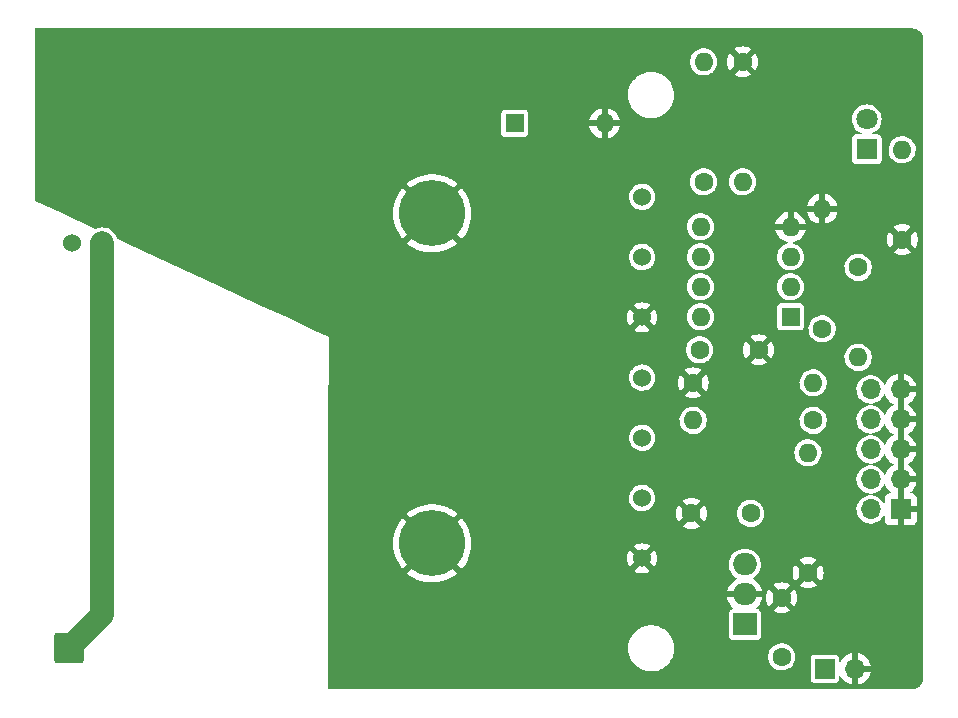
<source format=gbr>
%TF.GenerationSoftware,KiCad,Pcbnew,(6.0.5-0)*%
%TF.CreationDate,2022-06-29T07:05:30+01:00*%
%TF.ProjectId,revised_minh_design,72657669-7365-4645-9f6d-696e685f6465,rev?*%
%TF.SameCoordinates,Original*%
%TF.FileFunction,Copper,L2,Bot*%
%TF.FilePolarity,Positive*%
%FSLAX46Y46*%
G04 Gerber Fmt 4.6, Leading zero omitted, Abs format (unit mm)*
G04 Created by KiCad (PCBNEW (6.0.5-0)) date 2022-06-29 07:05:30*
%MOMM*%
%LPD*%
G01*
G04 APERTURE LIST*
G04 Aperture macros list*
%AMRoundRect*
0 Rectangle with rounded corners*
0 $1 Rounding radius*
0 $2 $3 $4 $5 $6 $7 $8 $9 X,Y pos of 4 corners*
0 Add a 4 corners polygon primitive as box body*
4,1,4,$2,$3,$4,$5,$6,$7,$8,$9,$2,$3,0*
0 Add four circle primitives for the rounded corners*
1,1,$1+$1,$2,$3*
1,1,$1+$1,$4,$5*
1,1,$1+$1,$6,$7*
1,1,$1+$1,$8,$9*
0 Add four rect primitives between the rounded corners*
20,1,$1+$1,$2,$3,$4,$5,0*
20,1,$1+$1,$4,$5,$6,$7,0*
20,1,$1+$1,$6,$7,$8,$9,0*
20,1,$1+$1,$8,$9,$2,$3,0*%
G04 Aperture macros list end*
%TA.AperFunction,ComponentPad*%
%ADD10C,1.600000*%
%TD*%
%TA.AperFunction,ComponentPad*%
%ADD11O,1.600000X1.600000*%
%TD*%
%TA.AperFunction,ComponentPad*%
%ADD12R,1.600000X1.600000*%
%TD*%
%TA.AperFunction,ComponentPad*%
%ADD13C,5.600000*%
%TD*%
%TA.AperFunction,ComponentPad*%
%ADD14R,1.800000X1.800000*%
%TD*%
%TA.AperFunction,ComponentPad*%
%ADD15C,1.800000*%
%TD*%
%TA.AperFunction,ComponentPad*%
%ADD16C,1.524000*%
%TD*%
%TA.AperFunction,ComponentPad*%
%ADD17R,2.000000X1.905000*%
%TD*%
%TA.AperFunction,ComponentPad*%
%ADD18O,2.000000X1.905000*%
%TD*%
%TA.AperFunction,ComponentPad*%
%ADD19R,1.700000X1.700000*%
%TD*%
%TA.AperFunction,ComponentPad*%
%ADD20O,1.700000X1.700000*%
%TD*%
%TA.AperFunction,ComponentPad*%
%ADD21RoundRect,0.249999X1.025001X-1.025001X1.025001X1.025001X-1.025001X1.025001X-1.025001X-1.025001X0*%
%TD*%
%TA.AperFunction,Conductor*%
%ADD22C,2.000000*%
%TD*%
G04 APERTURE END LIST*
D10*
%TO.P,R4,1*%
%TO.N,SGND*%
X188264800Y-41605200D03*
D11*
%TO.P,R4,2*%
%TO.N,Net-(D2-Pad1)*%
X188264800Y-33985200D03*
%TD*%
D10*
%TO.P,R1,1*%
%TO.N,Net-(R1-Pad1)*%
X181483000Y-49149000D03*
D11*
%TO.P,R1,2*%
%TO.N,SGND*%
X181483000Y-38989000D03*
%TD*%
D12*
%TO.P,D1,1,K*%
%TO.N,VMON*%
X155448000Y-31750000D03*
D11*
%TO.P,D1,2,A*%
%TO.N,SGND*%
X163068000Y-31750000D03*
%TD*%
D10*
%TO.P,C1,1*%
%TO.N,+12V*%
X178054000Y-76922000D03*
%TO.P,C1,2*%
%TO.N,SGND*%
X178054000Y-71922000D03*
%TD*%
%TO.P,R7,1*%
%TO.N,IMON_3V3*%
X180721000Y-56896000D03*
D11*
%TO.P,R7,2*%
%TO.N,IMON*%
X170561000Y-56896000D03*
%TD*%
D10*
%TO.P,R5,1*%
%TO.N,VMON_3V3*%
X171450000Y-36703000D03*
D11*
%TO.P,R5,2*%
%TO.N,VMON*%
X171450000Y-26543000D03*
%TD*%
D13*
%TO.P, ,1*%
%TO.N,SGND*%
X148463000Y-67310000D03*
%TD*%
D14*
%TO.P,D2,1,K*%
%TO.N,Net-(D2-Pad1)*%
X185267600Y-33939400D03*
D15*
%TO.P,D2,2,A*%
%TO.N,Net-(D2-Pad2)*%
X185267600Y-31399400D03*
%TD*%
D13*
%TO.P, ,1*%
%TO.N,SGND*%
X148463000Y-39370000D03*
%TD*%
D16*
%TO.P,U4,1,DC_INPUT_POWER_GROUND*%
%TO.N,SGND*%
X166243000Y-68584000D03*
%TO.P,U4,2,DC_INPUT_POWER*%
%TO.N,+12V*%
X166243000Y-63480000D03*
%TO.P,U4,2-1,HV_RTN*%
%TO.N,Net-(J2-Pad1)*%
X120523000Y-41910000D03*
%TO.P,U4,2-2,Vmon*%
%TO.N,VMON*%
X117983000Y-41910000D03*
%TO.P,U4,3,Imon*%
%TO.N,IMON*%
X166243000Y-58380000D03*
%TO.P,U4,4,HV_ENABLE*%
%TO.N,ENABLE*%
X166243000Y-53280000D03*
%TO.P,U4,5,SIGNAL_GROUND_RET*%
%TO.N,SGND*%
X166243000Y-48180000D03*
%TO.P,U4,6,Vprog*%
%TO.N,VPGM*%
X166243000Y-43080000D03*
%TO.P,U4,7,5VDC_REF*%
%TO.N,Net-(D2-Pad2)*%
X166243000Y-37980000D03*
%TD*%
D17*
%TO.P,U1,1,VI*%
%TO.N,+12V*%
X174935000Y-74168000D03*
D18*
%TO.P,U1,2,GND*%
%TO.N,SGND*%
X174935000Y-71628000D03*
%TO.P,U1,3,VO*%
%TO.N,+5V*%
X174935000Y-69088000D03*
%TD*%
D10*
%TO.P,C2,1*%
%TO.N,+5V*%
X175423200Y-64770000D03*
%TO.P,C2,2*%
%TO.N,SGND*%
X170423200Y-64770000D03*
%TD*%
%TO.P,C3,1*%
%TO.N,+5V*%
X171109000Y-50927000D03*
%TO.P,C3,2*%
%TO.N,SGND*%
X176109000Y-50927000D03*
%TD*%
%TO.P,R6,1*%
%TO.N,SGND*%
X174752000Y-26543000D03*
D11*
%TO.P,R6,2*%
%TO.N,VMON_3V3*%
X174752000Y-36703000D03*
%TD*%
D10*
%TO.P,R8,1*%
%TO.N,SGND*%
X180289200Y-69799200D03*
D11*
%TO.P,R8,2*%
%TO.N,IMON_3V3*%
X180289200Y-59639200D03*
%TD*%
D10*
%TO.P,R3,1*%
%TO.N,SGND*%
X170561000Y-53721000D03*
D11*
%TO.P,R3,2*%
%TO.N,VPGM*%
X180721000Y-53721000D03*
%TD*%
D19*
%TO.P,J3,1,Pin_1*%
%TO.N,+12V*%
X181711600Y-77927200D03*
D20*
%TO.P,J3,2,Pin_2*%
%TO.N,SGND*%
X184251600Y-77927200D03*
%TD*%
D10*
%TO.P,R2,1*%
%TO.N,Net-(R1-Pad1)*%
X184531000Y-43942000D03*
D11*
%TO.P,R2,2*%
%TO.N,VPGM*%
X184531000Y-51562000D03*
%TD*%
D12*
%TO.P,U2,1*%
%TO.N,VPGM*%
X178806000Y-48123000D03*
D11*
%TO.P,U2,2,-*%
%TO.N,Net-(R1-Pad1)*%
X178806000Y-45583000D03*
%TO.P,U2,3,+*%
%TO.N,DAC_SIG*%
X178806000Y-43043000D03*
%TO.P,U2,4,V-*%
%TO.N,SGND*%
X178806000Y-40503000D03*
%TO.P,U2,5,+*%
%TO.N,unconnected-(U2-Pad5)*%
X171186000Y-40503000D03*
%TO.P,U2,6,-*%
%TO.N,unconnected-(U2-Pad6)*%
X171186000Y-43043000D03*
%TO.P,U2,7*%
%TO.N,unconnected-(U2-Pad7)*%
X171186000Y-45583000D03*
%TO.P,U2,8,V+*%
%TO.N,+5V*%
X171186000Y-48123000D03*
%TD*%
D21*
%TO.P,J2,1,Pin_1*%
%TO.N,Net-(J2-Pad1)*%
X117704000Y-76200000D03*
%TD*%
D19*
%TO.P,J1,1,Pin_1*%
%TO.N,SGND*%
X188132400Y-64435200D03*
D20*
%TO.P,J1,2,Pin_2*%
%TO.N,ENABLE*%
X185592400Y-64435200D03*
%TO.P,J1,3,Pin_3*%
%TO.N,SGND*%
X188132400Y-61895200D03*
%TO.P,J1,4,Pin_4*%
%TO.N,VMON_3V3*%
X185592400Y-61895200D03*
%TO.P,J1,5,Pin_5*%
%TO.N,SGND*%
X188132400Y-59355200D03*
%TO.P,J1,6,Pin_6*%
%TO.N,IMON_3V3*%
X185592400Y-59355200D03*
%TO.P,J1,7,Pin_7*%
%TO.N,SGND*%
X188132400Y-56815200D03*
%TO.P,J1,8,Pin_8*%
%TO.N,VPGM*%
X185592400Y-56815200D03*
%TO.P,J1,9,Pin_9*%
%TO.N,SGND*%
X188132400Y-54275200D03*
%TO.P,J1,10,Pin_10*%
%TO.N,DAC_SIG*%
X185592400Y-54275200D03*
%TD*%
D22*
%TO.N,Net-(J2-Pad1)*%
X117704000Y-76200000D02*
X120523000Y-73381000D01*
X120523000Y-73381000D02*
X120523000Y-41910000D01*
%TD*%
%TA.AperFunction,Conductor*%
%TO.N,SGND*%
G36*
X189098248Y-23719269D02*
G01*
X189120981Y-23722869D01*
X189131217Y-23721248D01*
X189146407Y-23720714D01*
X189276089Y-23732005D01*
X189286760Y-23733877D01*
X189374853Y-23757368D01*
X189431947Y-23772593D01*
X189442144Y-23776286D01*
X189578447Y-23839515D01*
X189587852Y-23844916D01*
X189711162Y-23930750D01*
X189719492Y-23937694D01*
X189826118Y-24043561D01*
X189833122Y-24051842D01*
X189919834Y-24174538D01*
X189925300Y-24183901D01*
X189989506Y-24319763D01*
X189993265Y-24329917D01*
X190013624Y-24404134D01*
X190033014Y-24474817D01*
X190034965Y-24485486D01*
X190047155Y-24614806D01*
X190046729Y-24630010D01*
X190045140Y-24640525D01*
X190045944Y-24645376D01*
X190048659Y-24661762D01*
X190049500Y-24671979D01*
X190049500Y-78698468D01*
X190048731Y-78708244D01*
X190045131Y-78730977D01*
X190045901Y-78735837D01*
X190045901Y-78735838D01*
X190046576Y-78740101D01*
X190047048Y-78755980D01*
X190032595Y-78903356D01*
X190030224Y-78915327D01*
X189981917Y-79075268D01*
X189977265Y-79086549D01*
X189898798Y-79234059D01*
X189892048Y-79244212D01*
X189802542Y-79353897D01*
X189786414Y-79373661D01*
X189777813Y-79382317D01*
X189649041Y-79488769D01*
X189638921Y-79495589D01*
X189491917Y-79574990D01*
X189480672Y-79579711D01*
X189437361Y-79593094D01*
X189321036Y-79629035D01*
X189309081Y-79631482D01*
X189161701Y-79646881D01*
X189145822Y-79646510D01*
X189141655Y-79645877D01*
X189141651Y-79645877D01*
X189136786Y-79645138D01*
X189121169Y-79647713D01*
X189115383Y-79648667D01*
X189105215Y-79649500D01*
X139738899Y-79649500D01*
X139694705Y-79631194D01*
X139676399Y-79587240D01*
X139673417Y-78810418D01*
X180511100Y-78810418D01*
X180521242Y-78879312D01*
X180572668Y-78984055D01*
X180576320Y-78987701D01*
X180576321Y-78987702D01*
X180651595Y-79062845D01*
X180651597Y-79062847D01*
X180655250Y-79066493D01*
X180659890Y-79068761D01*
X180755338Y-79115417D01*
X180760082Y-79117736D01*
X180764885Y-79118437D01*
X180764886Y-79118437D01*
X180784848Y-79121349D01*
X180828382Y-79127700D01*
X182594818Y-79127700D01*
X182597065Y-79127369D01*
X182597068Y-79127369D01*
X182621262Y-79123807D01*
X182663712Y-79117558D01*
X182768455Y-79066132D01*
X182792765Y-79041780D01*
X182847245Y-78987205D01*
X182847247Y-78987203D01*
X182850893Y-78983550D01*
X182892303Y-78898835D01*
X182900005Y-78883078D01*
X182900005Y-78883077D01*
X182902136Y-78878718D01*
X182912100Y-78810418D01*
X182912100Y-78558194D01*
X182930406Y-78514000D01*
X182974600Y-78495694D01*
X183018794Y-78514000D01*
X183032508Y-78534679D01*
X183034349Y-78539212D01*
X183036657Y-78543782D01*
X183150651Y-78729802D01*
X183153672Y-78733931D01*
X183296517Y-78898835D01*
X183300180Y-78902422D01*
X183468037Y-79041780D01*
X183472231Y-79044717D01*
X183660599Y-79154790D01*
X183665215Y-79157002D01*
X183869042Y-79234835D01*
X183873943Y-79236259D01*
X183985417Y-79258938D01*
X183994758Y-79257123D01*
X183997600Y-79252909D01*
X183997600Y-79251401D01*
X184505600Y-79251401D01*
X184509241Y-79260191D01*
X184515095Y-79262616D01*
X184532362Y-79260404D01*
X184537372Y-79259339D01*
X184746349Y-79196643D01*
X184751099Y-79194781D01*
X184947036Y-79098792D01*
X184951424Y-79096176D01*
X185129049Y-78969478D01*
X185132952Y-78966180D01*
X185287497Y-78812173D01*
X185290810Y-78808280D01*
X185418122Y-78631106D01*
X185420761Y-78626715D01*
X185517425Y-78431130D01*
X185519310Y-78426370D01*
X185582736Y-78217613D01*
X185583815Y-78212620D01*
X185586328Y-78193526D01*
X185583866Y-78184335D01*
X185578435Y-78181200D01*
X184518031Y-78181200D01*
X184509241Y-78184841D01*
X184505600Y-78193631D01*
X184505600Y-79251401D01*
X183997600Y-79251401D01*
X183997600Y-77660769D01*
X184505600Y-77660769D01*
X184509241Y-77669559D01*
X184518031Y-77673200D01*
X185575628Y-77673200D01*
X185584418Y-77669559D01*
X185586115Y-77665461D01*
X185542180Y-77490550D01*
X185540532Y-77485710D01*
X185453537Y-77285635D01*
X185451114Y-77281117D01*
X185332613Y-77097941D01*
X185329489Y-77093884D01*
X185182657Y-76932518D01*
X185178914Y-76929027D01*
X185007691Y-76793805D01*
X185003434Y-76790977D01*
X184812431Y-76685537D01*
X184807766Y-76683440D01*
X184602103Y-76610611D01*
X184597155Y-76609303D01*
X184517839Y-76595175D01*
X184508547Y-76597218D01*
X184505600Y-76601826D01*
X184505600Y-77660769D01*
X183997600Y-77660769D01*
X183997600Y-76604618D01*
X183993959Y-76595828D01*
X183988522Y-76593576D01*
X183938345Y-76601255D01*
X183933366Y-76602441D01*
X183725994Y-76670220D01*
X183721269Y-76672206D01*
X183527753Y-76772944D01*
X183523419Y-76775674D01*
X183348948Y-76906671D01*
X183345127Y-76910063D01*
X183194393Y-77067798D01*
X183191172Y-77071775D01*
X183068229Y-77252002D01*
X183065696Y-77256461D01*
X183031290Y-77330583D01*
X182996079Y-77362961D01*
X182948285Y-77360958D01*
X182915907Y-77325747D01*
X182912100Y-77304268D01*
X182912100Y-77043982D01*
X182901958Y-76975088D01*
X182850532Y-76870345D01*
X182846879Y-76866698D01*
X182771605Y-76791555D01*
X182771603Y-76791553D01*
X182767950Y-76787907D01*
X182736925Y-76772742D01*
X182667478Y-76738795D01*
X182667477Y-76738795D01*
X182663118Y-76736664D01*
X182658315Y-76735963D01*
X182658314Y-76735963D01*
X182638352Y-76733051D01*
X182594818Y-76726700D01*
X180828382Y-76726700D01*
X180826135Y-76727031D01*
X180826132Y-76727031D01*
X180801938Y-76730593D01*
X180759488Y-76736842D01*
X180654745Y-76788268D01*
X180651099Y-76791920D01*
X180651098Y-76791921D01*
X180575955Y-76867195D01*
X180575953Y-76867197D01*
X180572307Y-76870850D01*
X180570039Y-76875490D01*
X180523486Y-76970728D01*
X180521064Y-76975682D01*
X180511100Y-77043982D01*
X180511100Y-78810418D01*
X139673417Y-78810418D01*
X139663280Y-76169285D01*
X165049759Y-76169285D01*
X165064938Y-76445087D01*
X165118825Y-76715999D01*
X165119553Y-76718071D01*
X165119554Y-76718076D01*
X165191167Y-76922000D01*
X165210347Y-76976616D01*
X165271263Y-77093884D01*
X165322091Y-77191730D01*
X165337678Y-77221737D01*
X165498275Y-77446471D01*
X165688936Y-77646335D01*
X165905856Y-77817341D01*
X166144707Y-77956077D01*
X166400723Y-78059774D01*
X166668796Y-78126364D01*
X166764105Y-78136129D01*
X166902785Y-78150338D01*
X166902793Y-78150338D01*
X166904370Y-78150500D01*
X167075362Y-78150500D01*
X167101985Y-78148615D01*
X167278331Y-78136129D01*
X167278335Y-78136128D01*
X167280530Y-78135973D01*
X167282684Y-78135509D01*
X167282686Y-78135509D01*
X167346799Y-78121706D01*
X167550562Y-78077837D01*
X167809709Y-77982233D01*
X168052800Y-77851068D01*
X168054576Y-77849756D01*
X168054581Y-77849753D01*
X168207487Y-77736814D01*
X168274984Y-77686960D01*
X168296824Y-77665461D01*
X168436622Y-77527841D01*
X168471829Y-77493183D01*
X168599612Y-77325747D01*
X168638071Y-77275354D01*
X168638074Y-77275349D01*
X168639406Y-77273604D01*
X168774373Y-77032604D01*
X168828864Y-76891754D01*
X176898967Y-76891754D01*
X176901069Y-76923827D01*
X176909094Y-77046259D01*
X176912796Y-77102749D01*
X176913502Y-77105529D01*
X176959244Y-77285635D01*
X176964845Y-77307690D01*
X177053369Y-77499714D01*
X177175405Y-77672391D01*
X177326865Y-77819937D01*
X177502677Y-77937411D01*
X177696953Y-78020878D01*
X177800069Y-78044211D01*
X177900396Y-78066913D01*
X177900399Y-78066913D01*
X177903186Y-78067544D01*
X177996911Y-78071227D01*
X178111610Y-78075734D01*
X178111614Y-78075734D01*
X178114470Y-78075846D01*
X178323730Y-78045504D01*
X178493575Y-77987849D01*
X178521242Y-77978458D01*
X178521243Y-77978458D01*
X178523955Y-77977537D01*
X178708442Y-77874219D01*
X178736279Y-77851068D01*
X178868814Y-77740840D01*
X178871012Y-77739012D01*
X178936086Y-77660769D01*
X179004388Y-77578644D01*
X179004390Y-77578641D01*
X179006219Y-77576442D01*
X179109537Y-77391955D01*
X179177504Y-77191730D01*
X179207846Y-76982470D01*
X179207914Y-76979893D01*
X179209381Y-76923827D01*
X179209429Y-76922000D01*
X179208021Y-76906671D01*
X179197443Y-76791555D01*
X179190081Y-76711440D01*
X179159955Y-76604618D01*
X179133466Y-76510696D01*
X179133465Y-76510694D01*
X179132686Y-76507931D01*
X179039165Y-76318290D01*
X178912651Y-76148867D01*
X178757381Y-76005337D01*
X178578554Y-75892505D01*
X178382160Y-75814152D01*
X178379354Y-75813594D01*
X178379351Y-75813593D01*
X178177581Y-75773459D01*
X178177579Y-75773459D01*
X178174775Y-75772901D01*
X178075145Y-75771597D01*
X177966208Y-75770170D01*
X177966203Y-75770170D01*
X177963346Y-75770133D01*
X177960525Y-75770618D01*
X177960521Y-75770618D01*
X177838580Y-75791571D01*
X177754953Y-75805941D01*
X177752265Y-75806933D01*
X177752260Y-75806934D01*
X177559263Y-75878135D01*
X177559260Y-75878136D01*
X177556575Y-75879127D01*
X177554115Y-75880590D01*
X177554114Y-75880591D01*
X177531520Y-75894033D01*
X177374856Y-75987238D01*
X177215881Y-76126655D01*
X177084976Y-76292708D01*
X176986523Y-76479836D01*
X176985676Y-76482563D01*
X176985675Y-76482566D01*
X176950075Y-76597218D01*
X176923820Y-76681773D01*
X176898967Y-76891754D01*
X168828864Y-76891754D01*
X168874036Y-76774991D01*
X168912441Y-76609303D01*
X168935908Y-76508059D01*
X168935909Y-76508055D01*
X168936407Y-76505905D01*
X168941675Y-76445087D01*
X168960051Y-76232910D01*
X168960051Y-76232908D01*
X168960241Y-76230715D01*
X168945062Y-75954913D01*
X168932649Y-75892505D01*
X168916952Y-75813593D01*
X168891175Y-75684001D01*
X168816260Y-75470672D01*
X168800382Y-75425459D01*
X168800380Y-75425455D01*
X168799653Y-75423384D01*
X168725681Y-75280983D01*
X168673342Y-75180226D01*
X168673340Y-75180223D01*
X168672322Y-75178263D01*
X168511725Y-74953529D01*
X168321064Y-74753665D01*
X168104144Y-74582659D01*
X167865293Y-74443923D01*
X167609277Y-74340226D01*
X167341204Y-74273636D01*
X167243285Y-74263604D01*
X167107215Y-74249662D01*
X167107207Y-74249662D01*
X167105630Y-74249500D01*
X166934638Y-74249500D01*
X166908015Y-74251385D01*
X166731669Y-74263871D01*
X166731665Y-74263872D01*
X166729470Y-74264027D01*
X166727316Y-74264491D01*
X166727314Y-74264491D01*
X166685878Y-74273412D01*
X166459438Y-74322163D01*
X166200291Y-74417767D01*
X165957200Y-74548932D01*
X165955424Y-74550244D01*
X165955419Y-74550247D01*
X165913032Y-74581555D01*
X165735016Y-74713040D01*
X165733443Y-74714588D01*
X165733440Y-74714591D01*
X165693748Y-74753665D01*
X165538171Y-74906817D01*
X165502522Y-74953529D01*
X165371929Y-75124646D01*
X165371926Y-75124651D01*
X165370594Y-75126396D01*
X165369519Y-75128315D01*
X165369518Y-75128317D01*
X165271008Y-75304219D01*
X165235627Y-75367396D01*
X165135964Y-75625009D01*
X165073593Y-75894095D01*
X165073402Y-75896297D01*
X165073402Y-75896299D01*
X165068134Y-75957121D01*
X165049759Y-76169285D01*
X139663280Y-76169285D01*
X139646860Y-71891078D01*
X173450178Y-71891078D01*
X173461504Y-71965091D01*
X173462690Y-71970070D01*
X173535706Y-72193462D01*
X173537692Y-72198187D01*
X173646213Y-72406654D01*
X173648943Y-72410988D01*
X173790058Y-72598936D01*
X173793455Y-72602762D01*
X173955185Y-72757315D01*
X173974489Y-72801082D01*
X173957190Y-72845680D01*
X173912005Y-72865000D01*
X173901782Y-72865000D01*
X173899535Y-72865331D01*
X173899532Y-72865331D01*
X173875338Y-72868893D01*
X173832888Y-72875142D01*
X173728145Y-72926568D01*
X173724499Y-72930220D01*
X173724498Y-72930221D01*
X173649355Y-73005495D01*
X173649353Y-73005497D01*
X173645707Y-73009150D01*
X173643439Y-73013790D01*
X173596886Y-73109028D01*
X173594464Y-73113982D01*
X173584500Y-73182282D01*
X173584500Y-75153718D01*
X173594642Y-75222612D01*
X173646068Y-75327355D01*
X173649720Y-75331001D01*
X173649721Y-75331002D01*
X173724995Y-75406145D01*
X173724997Y-75406147D01*
X173728650Y-75409793D01*
X173733290Y-75412061D01*
X173828738Y-75458717D01*
X173833482Y-75461036D01*
X173838285Y-75461737D01*
X173838286Y-75461737D01*
X173858248Y-75464649D01*
X173901782Y-75471000D01*
X175968218Y-75471000D01*
X175970465Y-75470669D01*
X175970468Y-75470669D01*
X175994662Y-75467107D01*
X176037112Y-75460858D01*
X176141855Y-75409432D01*
X176145502Y-75405779D01*
X176220645Y-75330505D01*
X176220647Y-75330503D01*
X176224293Y-75326850D01*
X176239458Y-75295825D01*
X176273405Y-75226378D01*
X176273405Y-75226377D01*
X176275536Y-75222018D01*
X176285500Y-75153718D01*
X176285500Y-73182282D01*
X176275358Y-73113388D01*
X176224155Y-73009099D01*
X177331260Y-73009099D01*
X177333364Y-73014178D01*
X177395270Y-73057525D01*
X177399973Y-73060240D01*
X177602456Y-73154660D01*
X177607566Y-73156520D01*
X177823365Y-73214343D01*
X177828719Y-73215287D01*
X178051280Y-73234758D01*
X178056720Y-73234758D01*
X178279281Y-73215287D01*
X178284635Y-73214343D01*
X178500434Y-73156520D01*
X178505544Y-73154660D01*
X178708027Y-73060240D01*
X178712730Y-73057525D01*
X178771706Y-73016229D01*
X178776818Y-73008205D01*
X178775629Y-73002839D01*
X178062790Y-72290000D01*
X178054000Y-72286359D01*
X178045210Y-72290000D01*
X177334901Y-73000309D01*
X177331260Y-73009099D01*
X176224155Y-73009099D01*
X176223932Y-73008645D01*
X176218116Y-73002839D01*
X176145005Y-72929855D01*
X176145003Y-72929853D01*
X176141350Y-72926207D01*
X176110325Y-72911042D01*
X176040878Y-72877095D01*
X176040877Y-72877095D01*
X176036518Y-72874964D01*
X176031715Y-72874263D01*
X176031714Y-72874263D01*
X176011752Y-72871351D01*
X175968218Y-72865000D01*
X175954815Y-72865000D01*
X175910621Y-72846694D01*
X175892315Y-72802500D01*
X175912752Y-72756273D01*
X176052403Y-72629201D01*
X176055894Y-72625458D01*
X176201562Y-72441008D01*
X176204390Y-72436751D01*
X176317976Y-72230992D01*
X176320073Y-72226327D01*
X176398528Y-72004776D01*
X176399836Y-71999828D01*
X176413215Y-71924720D01*
X176741242Y-71924720D01*
X176760713Y-72147281D01*
X176761657Y-72152635D01*
X176819480Y-72368434D01*
X176821340Y-72373544D01*
X176915760Y-72576027D01*
X176918475Y-72580730D01*
X176959771Y-72639706D01*
X176967795Y-72644818D01*
X176973161Y-72643629D01*
X177686000Y-71930790D01*
X177689641Y-71922000D01*
X178418359Y-71922000D01*
X178422000Y-71930790D01*
X179132309Y-72641099D01*
X179141099Y-72644740D01*
X179146178Y-72642636D01*
X179189525Y-72580730D01*
X179192240Y-72576027D01*
X179286660Y-72373544D01*
X179288520Y-72368434D01*
X179346343Y-72152635D01*
X179347287Y-72147281D01*
X179366758Y-71924720D01*
X179366758Y-71919280D01*
X179347287Y-71696719D01*
X179346343Y-71691365D01*
X179288520Y-71475566D01*
X179286660Y-71470456D01*
X179192240Y-71267973D01*
X179189525Y-71263270D01*
X179148229Y-71204294D01*
X179140205Y-71199182D01*
X179134839Y-71200371D01*
X178422000Y-71913210D01*
X178418359Y-71922000D01*
X177689641Y-71922000D01*
X177686000Y-71913210D01*
X176975691Y-71202901D01*
X176966901Y-71199260D01*
X176961822Y-71201364D01*
X176918475Y-71263270D01*
X176915760Y-71267973D01*
X176821340Y-71470456D01*
X176819480Y-71475566D01*
X176761657Y-71691365D01*
X176760713Y-71696719D01*
X176741242Y-71919280D01*
X176741242Y-71924720D01*
X176413215Y-71924720D01*
X176418644Y-71894239D01*
X176416601Y-71884947D01*
X176411993Y-71882000D01*
X173461220Y-71882000D01*
X173452430Y-71885641D01*
X173450178Y-71891078D01*
X139646860Y-71891078D01*
X139644828Y-71361761D01*
X173451356Y-71361761D01*
X173453399Y-71371053D01*
X173458007Y-71374000D01*
X176408780Y-71374000D01*
X176417570Y-71370359D01*
X176419822Y-71364922D01*
X176408496Y-71290909D01*
X176407310Y-71285930D01*
X176334294Y-71062538D01*
X176332308Y-71057813D01*
X176223787Y-70849346D01*
X176221057Y-70845012D01*
X176214137Y-70835795D01*
X177331182Y-70835795D01*
X177332371Y-70841161D01*
X178045210Y-71554000D01*
X178054000Y-71557641D01*
X178062790Y-71554000D01*
X178730491Y-70886299D01*
X179566460Y-70886299D01*
X179568564Y-70891378D01*
X179630470Y-70934725D01*
X179635173Y-70937440D01*
X179837656Y-71031860D01*
X179842766Y-71033720D01*
X180058565Y-71091543D01*
X180063919Y-71092487D01*
X180286480Y-71111958D01*
X180291920Y-71111958D01*
X180514481Y-71092487D01*
X180519835Y-71091543D01*
X180735634Y-71033720D01*
X180740744Y-71031860D01*
X180943227Y-70937440D01*
X180947930Y-70934725D01*
X181006906Y-70893429D01*
X181012018Y-70885405D01*
X181010829Y-70880039D01*
X180297990Y-70167200D01*
X180289200Y-70163559D01*
X180280410Y-70167200D01*
X179570101Y-70877509D01*
X179566460Y-70886299D01*
X178730491Y-70886299D01*
X178773099Y-70843691D01*
X178776740Y-70834901D01*
X178774636Y-70829822D01*
X178712730Y-70786475D01*
X178708027Y-70783760D01*
X178505544Y-70689340D01*
X178500434Y-70687480D01*
X178284635Y-70629657D01*
X178279281Y-70628713D01*
X178056720Y-70609242D01*
X178051280Y-70609242D01*
X177828719Y-70628713D01*
X177823365Y-70629657D01*
X177607566Y-70687480D01*
X177602456Y-70689340D01*
X177399973Y-70783760D01*
X177395270Y-70786475D01*
X177336294Y-70827771D01*
X177331182Y-70835795D01*
X176214137Y-70835795D01*
X176079942Y-70657064D01*
X176076551Y-70653244D01*
X175906622Y-70490857D01*
X175902655Y-70487645D01*
X175708500Y-70355201D01*
X175704041Y-70352668D01*
X175648505Y-70326889D01*
X175616127Y-70291678D01*
X175618130Y-70243884D01*
X175638972Y-70219002D01*
X175821013Y-70091536D01*
X175823251Y-70089969D01*
X175984469Y-69928751D01*
X176073277Y-69801920D01*
X178976442Y-69801920D01*
X178995913Y-70024481D01*
X178996857Y-70029835D01*
X179054680Y-70245634D01*
X179056540Y-70250744D01*
X179150960Y-70453227D01*
X179153675Y-70457930D01*
X179194971Y-70516906D01*
X179202995Y-70522018D01*
X179208361Y-70520829D01*
X179921200Y-69807990D01*
X179924841Y-69799200D01*
X180653559Y-69799200D01*
X180657200Y-69807990D01*
X181367509Y-70518299D01*
X181376299Y-70521940D01*
X181381378Y-70519836D01*
X181424725Y-70457930D01*
X181427440Y-70453227D01*
X181521860Y-70250744D01*
X181523720Y-70245634D01*
X181581543Y-70029835D01*
X181582487Y-70024481D01*
X181601958Y-69801920D01*
X181601958Y-69796480D01*
X181582487Y-69573919D01*
X181581543Y-69568565D01*
X181523720Y-69352766D01*
X181521860Y-69347656D01*
X181427440Y-69145173D01*
X181424725Y-69140470D01*
X181383429Y-69081494D01*
X181375405Y-69076382D01*
X181370039Y-69077571D01*
X180657200Y-69790410D01*
X180653559Y-69799200D01*
X179924841Y-69799200D01*
X179921200Y-69790410D01*
X179210891Y-69080101D01*
X179202101Y-69076460D01*
X179197022Y-69078564D01*
X179153675Y-69140470D01*
X179150960Y-69145173D01*
X179056540Y-69347656D01*
X179054680Y-69352766D01*
X178996857Y-69568565D01*
X178995913Y-69573919D01*
X178976442Y-69796480D01*
X178976442Y-69801920D01*
X176073277Y-69801920D01*
X176081336Y-69790410D01*
X176113675Y-69744226D01*
X176113677Y-69744223D01*
X176115241Y-69741989D01*
X176141123Y-69686486D01*
X176210443Y-69537827D01*
X176210444Y-69537825D01*
X176211596Y-69535354D01*
X176233444Y-69453820D01*
X176269900Y-69317764D01*
X176269901Y-69317760D01*
X176270606Y-69315128D01*
X176271727Y-69302322D01*
X176290239Y-69090720D01*
X176290477Y-69088000D01*
X176270606Y-68860872D01*
X176256442Y-68808012D01*
X176230982Y-68712995D01*
X179566382Y-68712995D01*
X179567571Y-68718361D01*
X180280410Y-69431200D01*
X180289200Y-69434841D01*
X180297990Y-69431200D01*
X181008299Y-68720891D01*
X181011940Y-68712101D01*
X181009836Y-68707022D01*
X180947930Y-68663675D01*
X180943227Y-68660960D01*
X180740744Y-68566540D01*
X180735634Y-68564680D01*
X180519835Y-68506857D01*
X180514481Y-68505913D01*
X180291920Y-68486442D01*
X180286480Y-68486442D01*
X180063919Y-68505913D01*
X180058565Y-68506857D01*
X179842766Y-68564680D01*
X179837656Y-68566540D01*
X179635173Y-68660960D01*
X179630470Y-68663675D01*
X179571494Y-68704971D01*
X179566382Y-68712995D01*
X176230982Y-68712995D01*
X176212303Y-68643283D01*
X176212301Y-68643279D01*
X176211596Y-68640646D01*
X176210443Y-68638173D01*
X176116395Y-68436486D01*
X176116393Y-68436483D01*
X176115241Y-68434012D01*
X175984469Y-68247249D01*
X175823251Y-68086031D01*
X175636488Y-67955259D01*
X175634017Y-67954107D01*
X175634014Y-67954105D01*
X175432327Y-67860057D01*
X175432325Y-67860056D01*
X175429854Y-67858904D01*
X175427221Y-67858199D01*
X175427217Y-67858197D01*
X175212264Y-67800600D01*
X175212260Y-67800599D01*
X175209628Y-67799894D01*
X175206912Y-67799656D01*
X175206910Y-67799656D01*
X175040740Y-67785118D01*
X175040734Y-67785118D01*
X175039388Y-67785000D01*
X174830612Y-67785000D01*
X174829266Y-67785118D01*
X174829260Y-67785118D01*
X174663090Y-67799656D01*
X174663088Y-67799656D01*
X174660372Y-67799894D01*
X174657740Y-67800599D01*
X174657736Y-67800600D01*
X174442783Y-67858197D01*
X174442779Y-67858199D01*
X174440146Y-67858904D01*
X174437675Y-67860056D01*
X174437673Y-67860057D01*
X174235986Y-67954105D01*
X174235983Y-67954107D01*
X174233512Y-67955259D01*
X174046749Y-68086031D01*
X173885531Y-68247249D01*
X173797432Y-68373068D01*
X173756325Y-68431774D01*
X173756323Y-68431777D01*
X173754759Y-68434011D01*
X173753607Y-68436482D01*
X173753605Y-68436485D01*
X173659557Y-68638173D01*
X173658404Y-68640646D01*
X173657699Y-68643279D01*
X173657697Y-68643283D01*
X173613558Y-68808012D01*
X173599394Y-68860872D01*
X173579523Y-69088000D01*
X173579761Y-69090720D01*
X173598274Y-69302322D01*
X173599394Y-69315128D01*
X173600099Y-69317760D01*
X173600100Y-69317764D01*
X173636557Y-69453820D01*
X173658404Y-69535354D01*
X173659556Y-69537825D01*
X173659557Y-69537827D01*
X173673891Y-69568565D01*
X173754759Y-69741988D01*
X173885531Y-69928751D01*
X174046749Y-70089969D01*
X174048987Y-70091536D01*
X174229270Y-70217771D01*
X174254972Y-70258115D01*
X174244619Y-70304816D01*
X174218343Y-70326285D01*
X174197319Y-70335426D01*
X174192823Y-70337837D01*
X173995485Y-70465501D01*
X173991429Y-70468625D01*
X173817597Y-70626799D01*
X173814106Y-70630542D01*
X173668438Y-70814992D01*
X173665610Y-70819249D01*
X173552024Y-71025008D01*
X173549927Y-71029673D01*
X173471472Y-71251224D01*
X173470164Y-71256172D01*
X173451356Y-71361761D01*
X139644828Y-71361761D01*
X139642783Y-70828919D01*
X139642783Y-70828509D01*
X139645518Y-69824872D01*
X146312267Y-69824872D01*
X146315109Y-69831522D01*
X146590013Y-70042464D01*
X146592780Y-70044358D01*
X146896061Y-70228756D01*
X146899042Y-70230353D01*
X147220445Y-70380909D01*
X147223586Y-70382179D01*
X147559369Y-70497143D01*
X147562627Y-70498065D01*
X147908873Y-70576095D01*
X147912198Y-70576657D01*
X148264840Y-70616836D01*
X148268222Y-70617037D01*
X148623148Y-70618895D01*
X148626505Y-70618731D01*
X148979555Y-70582247D01*
X148982912Y-70581715D01*
X149329933Y-70507320D01*
X149333206Y-70506432D01*
X149670177Y-70394989D01*
X149673325Y-70393755D01*
X149996295Y-70246569D01*
X149999288Y-70245004D01*
X150304483Y-70063793D01*
X150307279Y-70061921D01*
X150591112Y-69848813D01*
X150593696Y-69846645D01*
X150608763Y-69832546D01*
X150612442Y-69824435D01*
X150608667Y-69814878D01*
X150437604Y-69643815D01*
X165547544Y-69643815D01*
X165549648Y-69648893D01*
X165603337Y-69686486D01*
X165608048Y-69689207D01*
X165804502Y-69780815D01*
X165809612Y-69782675D01*
X166018988Y-69838777D01*
X166024342Y-69839721D01*
X166240280Y-69858613D01*
X166245720Y-69858613D01*
X166461658Y-69839721D01*
X166467012Y-69838777D01*
X166676388Y-69782675D01*
X166681498Y-69780815D01*
X166877952Y-69689207D01*
X166882663Y-69686486D01*
X166933421Y-69650946D01*
X166938533Y-69642921D01*
X166937343Y-69637553D01*
X166251790Y-68952000D01*
X166243000Y-68948359D01*
X166234210Y-68952000D01*
X165551185Y-69635025D01*
X165547544Y-69643815D01*
X150437604Y-69643815D01*
X148471790Y-67678000D01*
X148463000Y-67674359D01*
X148454210Y-67678000D01*
X146315752Y-69816459D01*
X146312267Y-69824872D01*
X139645518Y-69824872D01*
X139652399Y-67300133D01*
X145150247Y-67300133D01*
X145168204Y-67654602D01*
X145168557Y-67657959D01*
X145224692Y-68008421D01*
X145225404Y-68011714D01*
X145319061Y-68354067D01*
X145320130Y-68357280D01*
X145450211Y-68687511D01*
X145451612Y-68690571D01*
X145616605Y-69004836D01*
X145618325Y-69007722D01*
X145816288Y-69302322D01*
X145818322Y-69305021D01*
X145943088Y-69453186D01*
X145951535Y-69457564D01*
X145958404Y-69455385D01*
X148095000Y-67318790D01*
X148098641Y-67310000D01*
X148827359Y-67310000D01*
X148831000Y-67318790D01*
X150966031Y-69453820D01*
X150973542Y-69456931D01*
X150983725Y-69452258D01*
X151086633Y-69332616D01*
X151088707Y-69329923D01*
X151289731Y-69037430D01*
X151291496Y-69034540D01*
X151459766Y-68722029D01*
X151461199Y-68718984D01*
X151514906Y-68586720D01*
X164968387Y-68586720D01*
X164987279Y-68802658D01*
X164988223Y-68808012D01*
X165044325Y-69017388D01*
X165046185Y-69022497D01*
X165137793Y-69218951D01*
X165140514Y-69223662D01*
X165176053Y-69274420D01*
X165184079Y-69279533D01*
X165189447Y-69278343D01*
X165875000Y-68592790D01*
X165878641Y-68584000D01*
X166607359Y-68584000D01*
X166611000Y-68592790D01*
X167294025Y-69275815D01*
X167302815Y-69279456D01*
X167307893Y-69277352D01*
X167345486Y-69223662D01*
X167348207Y-69218951D01*
X167439815Y-69022497D01*
X167441675Y-69017388D01*
X167497777Y-68808012D01*
X167498721Y-68802658D01*
X167517613Y-68586720D01*
X167517613Y-68581280D01*
X167498721Y-68365342D01*
X167497777Y-68359988D01*
X167441675Y-68150612D01*
X167439815Y-68145503D01*
X167348207Y-67949049D01*
X167345486Y-67944338D01*
X167309947Y-67893580D01*
X167301921Y-67888467D01*
X167296553Y-67889657D01*
X166611000Y-68575210D01*
X166607359Y-68584000D01*
X165878641Y-68584000D01*
X165875000Y-68575210D01*
X165191975Y-67892185D01*
X165183185Y-67888544D01*
X165178107Y-67890648D01*
X165140514Y-67944338D01*
X165137793Y-67949049D01*
X165046185Y-68145503D01*
X165044325Y-68150612D01*
X164988223Y-68359988D01*
X164987279Y-68365342D01*
X164968387Y-68581280D01*
X164968387Y-68586720D01*
X151514906Y-68586720D01*
X151594733Y-68390130D01*
X151595834Y-68386933D01*
X151693067Y-68045592D01*
X151693819Y-68042282D01*
X151753617Y-67692448D01*
X151754008Y-67689072D01*
X151764038Y-67525079D01*
X165547467Y-67525079D01*
X165548657Y-67530447D01*
X166234210Y-68216000D01*
X166243000Y-68219641D01*
X166251790Y-68216000D01*
X166934815Y-67532975D01*
X166938456Y-67524185D01*
X166936352Y-67519107D01*
X166882663Y-67481514D01*
X166877952Y-67478793D01*
X166681498Y-67387185D01*
X166676388Y-67385325D01*
X166467012Y-67329223D01*
X166461658Y-67328279D01*
X166245720Y-67309387D01*
X166240280Y-67309387D01*
X166024342Y-67328279D01*
X166018988Y-67329223D01*
X165809612Y-67385325D01*
X165804503Y-67387185D01*
X165608049Y-67478793D01*
X165603338Y-67481514D01*
X165552580Y-67517053D01*
X165547467Y-67525079D01*
X151764038Y-67525079D01*
X151775722Y-67334036D01*
X151775781Y-67332233D01*
X151775856Y-67310885D01*
X151775811Y-67309117D01*
X151756573Y-66953889D01*
X151756209Y-66950547D01*
X151698851Y-66600277D01*
X151698129Y-66596993D01*
X151603273Y-66254955D01*
X151602200Y-66251768D01*
X151470964Y-65921984D01*
X151469547Y-65918919D01*
X151436815Y-65857099D01*
X169700460Y-65857099D01*
X169702564Y-65862178D01*
X169764470Y-65905525D01*
X169769173Y-65908240D01*
X169971656Y-66002660D01*
X169976766Y-66004520D01*
X170192565Y-66062343D01*
X170197919Y-66063287D01*
X170420480Y-66082758D01*
X170425920Y-66082758D01*
X170648481Y-66063287D01*
X170653835Y-66062343D01*
X170869634Y-66004520D01*
X170874744Y-66002660D01*
X171077227Y-65908240D01*
X171081930Y-65905525D01*
X171140906Y-65864229D01*
X171146018Y-65856205D01*
X171144829Y-65850839D01*
X170431990Y-65138000D01*
X170423200Y-65134359D01*
X170414410Y-65138000D01*
X169704101Y-65848309D01*
X169700460Y-65857099D01*
X151436815Y-65857099D01*
X151303468Y-65605250D01*
X151301725Y-65602349D01*
X151102736Y-65308444D01*
X151100703Y-65305765D01*
X150982888Y-65166844D01*
X150974426Y-65162495D01*
X150967489Y-65164722D01*
X148831000Y-67301210D01*
X148827359Y-67310000D01*
X148098641Y-67310000D01*
X148095000Y-67301210D01*
X145959970Y-65166181D01*
X145952519Y-65163095D01*
X145942274Y-65167818D01*
X145832313Y-65296564D01*
X145830262Y-65299248D01*
X145630256Y-65592447D01*
X145628500Y-65595346D01*
X145461329Y-65908429D01*
X145459899Y-65911495D01*
X145327515Y-66240810D01*
X145326426Y-66244010D01*
X145230380Y-66585702D01*
X145229648Y-66588980D01*
X145171066Y-66939049D01*
X145170689Y-66942413D01*
X145150259Y-67296735D01*
X145150247Y-67300133D01*
X139652399Y-67300133D01*
X139659226Y-64795233D01*
X146313159Y-64795233D01*
X146316922Y-64804711D01*
X148454210Y-66942000D01*
X148463000Y-66945641D01*
X148471790Y-66942000D01*
X150609820Y-64803969D01*
X150613277Y-64795622D01*
X150609422Y-64786649D01*
X150608778Y-64786101D01*
X150591213Y-64772720D01*
X169110442Y-64772720D01*
X169129913Y-64995281D01*
X169130857Y-65000635D01*
X169188680Y-65216434D01*
X169190540Y-65221544D01*
X169284960Y-65424027D01*
X169287675Y-65428730D01*
X169328971Y-65487706D01*
X169336995Y-65492818D01*
X169342361Y-65491629D01*
X170055200Y-64778790D01*
X170058841Y-64770000D01*
X170787559Y-64770000D01*
X170791200Y-64778790D01*
X171501509Y-65489099D01*
X171510299Y-65492740D01*
X171515378Y-65490636D01*
X171558725Y-65428730D01*
X171561440Y-65424027D01*
X171655860Y-65221544D01*
X171657720Y-65216434D01*
X171715543Y-65000635D01*
X171716487Y-64995281D01*
X171735958Y-64772720D01*
X171735958Y-64767280D01*
X171733550Y-64739754D01*
X174268167Y-64739754D01*
X174281996Y-64950749D01*
X174282702Y-64953529D01*
X174328628Y-65134359D01*
X174334045Y-65155690D01*
X174422569Y-65347714D01*
X174424220Y-65350049D01*
X174424221Y-65350052D01*
X174458867Y-65399075D01*
X174544605Y-65520391D01*
X174696065Y-65667937D01*
X174871877Y-65785411D01*
X175066153Y-65868878D01*
X175169269Y-65892211D01*
X175269596Y-65914913D01*
X175269599Y-65914913D01*
X175272386Y-65915544D01*
X175366111Y-65919227D01*
X175480810Y-65923734D01*
X175480814Y-65923734D01*
X175483670Y-65923846D01*
X175692930Y-65893504D01*
X175893155Y-65825537D01*
X176077642Y-65722219D01*
X176163549Y-65650772D01*
X176238014Y-65588840D01*
X176240212Y-65587012D01*
X176319541Y-65491629D01*
X176373588Y-65426644D01*
X176373590Y-65426641D01*
X176375419Y-65424442D01*
X176478737Y-65239955D01*
X176546704Y-65039730D01*
X176577046Y-64830470D01*
X176578629Y-64770000D01*
X176577822Y-64761210D01*
X176561878Y-64587708D01*
X176559281Y-64559440D01*
X176555130Y-64544719D01*
X176515342Y-64403640D01*
X184387170Y-64403640D01*
X184387358Y-64406504D01*
X184399242Y-64587820D01*
X184401600Y-64623804D01*
X184402306Y-64626584D01*
X184454548Y-64832284D01*
X184455911Y-64837652D01*
X184548283Y-65038021D01*
X184549934Y-65040356D01*
X184549935Y-65040359D01*
X184603099Y-65115584D01*
X184675622Y-65218202D01*
X184833664Y-65372161D01*
X185017117Y-65494740D01*
X185219836Y-65581835D01*
X185222622Y-65582465D01*
X185222627Y-65582467D01*
X185432242Y-65629898D01*
X185432245Y-65629898D01*
X185435032Y-65630529D01*
X185532429Y-65634356D01*
X185652638Y-65639079D01*
X185652642Y-65639079D01*
X185655498Y-65639191D01*
X185873852Y-65607531D01*
X186082779Y-65536610D01*
X186275284Y-65428802D01*
X186444918Y-65287718D01*
X186586002Y-65118084D01*
X186657370Y-64990647D01*
X186694936Y-64961033D01*
X186742440Y-64966655D01*
X186772054Y-65004221D01*
X186774401Y-65021186D01*
X186774401Y-65331596D01*
X186774583Y-65334966D01*
X186780725Y-65391510D01*
X186782524Y-65399078D01*
X186830664Y-65527491D01*
X186834899Y-65535226D01*
X186916828Y-65644544D01*
X186923056Y-65650772D01*
X187032374Y-65732701D01*
X187040109Y-65736936D01*
X187168525Y-65785077D01*
X187176089Y-65786875D01*
X187232630Y-65793017D01*
X187235998Y-65793200D01*
X187865969Y-65793200D01*
X187874759Y-65789559D01*
X187878400Y-65780769D01*
X187878400Y-65780768D01*
X188386400Y-65780768D01*
X188390041Y-65789558D01*
X188398831Y-65793199D01*
X189028796Y-65793199D01*
X189032166Y-65793017D01*
X189088710Y-65786875D01*
X189096278Y-65785076D01*
X189224691Y-65736936D01*
X189232426Y-65732701D01*
X189341744Y-65650772D01*
X189347972Y-65644544D01*
X189429901Y-65535226D01*
X189434136Y-65527491D01*
X189482277Y-65399075D01*
X189484075Y-65391511D01*
X189490217Y-65334970D01*
X189490400Y-65331602D01*
X189490400Y-64701631D01*
X189486759Y-64692841D01*
X189477969Y-64689200D01*
X188398831Y-64689200D01*
X188390041Y-64692841D01*
X188386400Y-64701631D01*
X188386400Y-65780768D01*
X187878400Y-65780768D01*
X187878400Y-64168769D01*
X188386400Y-64168769D01*
X188390041Y-64177559D01*
X188398831Y-64181200D01*
X189477968Y-64181200D01*
X189486758Y-64177559D01*
X189490399Y-64168769D01*
X189490399Y-63538804D01*
X189490217Y-63535434D01*
X189484075Y-63478890D01*
X189482276Y-63471322D01*
X189434136Y-63342909D01*
X189429901Y-63335174D01*
X189347972Y-63225856D01*
X189341744Y-63219628D01*
X189232426Y-63137699D01*
X189224691Y-63133464D01*
X189096275Y-63085323D01*
X189088711Y-63083525D01*
X189032170Y-63077383D01*
X189028802Y-63077200D01*
X189009216Y-63077200D01*
X188965022Y-63058894D01*
X188946716Y-63014700D01*
X188965022Y-62970506D01*
X188972922Y-62963818D01*
X189009849Y-62937478D01*
X189013752Y-62934180D01*
X189168297Y-62780173D01*
X189171610Y-62776280D01*
X189298922Y-62599106D01*
X189301561Y-62594715D01*
X189398225Y-62399130D01*
X189400110Y-62394370D01*
X189463536Y-62185613D01*
X189464615Y-62180620D01*
X189467128Y-62161526D01*
X189464666Y-62152335D01*
X189459235Y-62149200D01*
X188398831Y-62149200D01*
X188390041Y-62152841D01*
X188386400Y-62161631D01*
X188386400Y-64168769D01*
X187878400Y-64168769D01*
X187878400Y-61628769D01*
X188386400Y-61628769D01*
X188390041Y-61637559D01*
X188398831Y-61641200D01*
X189456428Y-61641200D01*
X189465218Y-61637559D01*
X189466915Y-61633461D01*
X189422980Y-61458550D01*
X189421332Y-61453710D01*
X189334337Y-61253635D01*
X189331914Y-61249117D01*
X189213413Y-61065941D01*
X189210289Y-61061884D01*
X189063457Y-60900518D01*
X189059714Y-60897027D01*
X188888491Y-60761805D01*
X188884234Y-60758977D01*
X188739984Y-60679346D01*
X188710140Y-60641962D01*
X188715473Y-60594425D01*
X188742693Y-60568503D01*
X188827836Y-60526792D01*
X188832224Y-60524176D01*
X189009849Y-60397478D01*
X189013752Y-60394180D01*
X189168297Y-60240173D01*
X189171610Y-60236280D01*
X189298922Y-60059106D01*
X189301561Y-60054715D01*
X189398225Y-59859130D01*
X189400110Y-59854370D01*
X189463536Y-59645613D01*
X189464615Y-59640620D01*
X189467128Y-59621526D01*
X189464666Y-59612335D01*
X189459235Y-59609200D01*
X188398831Y-59609200D01*
X188390041Y-59612841D01*
X188386400Y-59621631D01*
X188386400Y-61628769D01*
X187878400Y-61628769D01*
X187878400Y-59088769D01*
X188386400Y-59088769D01*
X188390041Y-59097559D01*
X188398831Y-59101200D01*
X189456428Y-59101200D01*
X189465218Y-59097559D01*
X189466915Y-59093461D01*
X189422980Y-58918550D01*
X189421332Y-58913710D01*
X189334337Y-58713635D01*
X189331914Y-58709117D01*
X189213413Y-58525941D01*
X189210289Y-58521884D01*
X189063457Y-58360518D01*
X189059714Y-58357027D01*
X188888491Y-58221805D01*
X188884234Y-58218977D01*
X188739984Y-58139346D01*
X188710140Y-58101962D01*
X188715473Y-58054425D01*
X188742693Y-58028503D01*
X188827836Y-57986792D01*
X188832224Y-57984176D01*
X189009849Y-57857478D01*
X189013752Y-57854180D01*
X189168297Y-57700173D01*
X189171610Y-57696280D01*
X189298922Y-57519106D01*
X189301561Y-57514715D01*
X189398225Y-57319130D01*
X189400110Y-57314370D01*
X189463536Y-57105613D01*
X189464615Y-57100620D01*
X189467128Y-57081526D01*
X189464666Y-57072335D01*
X189459235Y-57069200D01*
X188398831Y-57069200D01*
X188390041Y-57072841D01*
X188386400Y-57081631D01*
X188386400Y-59088769D01*
X187878400Y-59088769D01*
X187878400Y-56548769D01*
X188386400Y-56548769D01*
X188390041Y-56557559D01*
X188398831Y-56561200D01*
X189456428Y-56561200D01*
X189465218Y-56557559D01*
X189466915Y-56553461D01*
X189422980Y-56378550D01*
X189421332Y-56373710D01*
X189334337Y-56173635D01*
X189331914Y-56169117D01*
X189213413Y-55985941D01*
X189210289Y-55981884D01*
X189063457Y-55820518D01*
X189059714Y-55817027D01*
X188888491Y-55681805D01*
X188884234Y-55678977D01*
X188739984Y-55599346D01*
X188710140Y-55561962D01*
X188715473Y-55514425D01*
X188742693Y-55488503D01*
X188827836Y-55446792D01*
X188832224Y-55444176D01*
X189009849Y-55317478D01*
X189013752Y-55314180D01*
X189168297Y-55160173D01*
X189171610Y-55156280D01*
X189298922Y-54979106D01*
X189301561Y-54974715D01*
X189398225Y-54779130D01*
X189400110Y-54774370D01*
X189463536Y-54565613D01*
X189464615Y-54560620D01*
X189467128Y-54541526D01*
X189464666Y-54532335D01*
X189459235Y-54529200D01*
X188398831Y-54529200D01*
X188390041Y-54532841D01*
X188386400Y-54541631D01*
X188386400Y-56548769D01*
X187878400Y-56548769D01*
X187878400Y-54008769D01*
X188386400Y-54008769D01*
X188390041Y-54017559D01*
X188398831Y-54021200D01*
X189456428Y-54021200D01*
X189465218Y-54017559D01*
X189466915Y-54013461D01*
X189422980Y-53838550D01*
X189421332Y-53833710D01*
X189334337Y-53633635D01*
X189331914Y-53629117D01*
X189213413Y-53445941D01*
X189210289Y-53441884D01*
X189063457Y-53280518D01*
X189059714Y-53277027D01*
X188888491Y-53141805D01*
X188884234Y-53138977D01*
X188693231Y-53033537D01*
X188688566Y-53031440D01*
X188482903Y-52958611D01*
X188477955Y-52957303D01*
X188398639Y-52943175D01*
X188389347Y-52945218D01*
X188386400Y-52949826D01*
X188386400Y-54008769D01*
X187878400Y-54008769D01*
X187878400Y-52952618D01*
X187874759Y-52943828D01*
X187869322Y-52941576D01*
X187819145Y-52949255D01*
X187814166Y-52950441D01*
X187606794Y-53018220D01*
X187602069Y-53020206D01*
X187408553Y-53120944D01*
X187404219Y-53123674D01*
X187229748Y-53254671D01*
X187225927Y-53258063D01*
X187075193Y-53415798D01*
X187071972Y-53419775D01*
X186949029Y-53600002D01*
X186946496Y-53604461D01*
X186854640Y-53802349D01*
X186852872Y-53807153D01*
X186840676Y-53851133D01*
X186811226Y-53888828D01*
X186763747Y-53894658D01*
X186726052Y-53865208D01*
X186720296Y-53851399D01*
X186718743Y-53845894D01*
X186718742Y-53845892D01*
X186717965Y-53843136D01*
X186715745Y-53838633D01*
X186621648Y-53647824D01*
X186621647Y-53647823D01*
X186620380Y-53645253D01*
X186618662Y-53642952D01*
X186490084Y-53470766D01*
X186490083Y-53470764D01*
X186488367Y-53468467D01*
X186326349Y-53318699D01*
X186139750Y-53200964D01*
X185934821Y-53119206D01*
X185932015Y-53118648D01*
X185932012Y-53118647D01*
X185721230Y-53076720D01*
X185721228Y-53076720D01*
X185718424Y-53076162D01*
X185614527Y-53074802D01*
X185500668Y-53073311D01*
X185500663Y-53073311D01*
X185497806Y-53073274D01*
X185494985Y-53073759D01*
X185494981Y-53073759D01*
X185375766Y-53094244D01*
X185280357Y-53110638D01*
X185277669Y-53111630D01*
X185277664Y-53111631D01*
X185076045Y-53186012D01*
X185076042Y-53186014D01*
X185073357Y-53187004D01*
X185070897Y-53188467D01*
X185070896Y-53188468D01*
X184886206Y-53298347D01*
X184886202Y-53298350D01*
X184883741Y-53299814D01*
X184717857Y-53445290D01*
X184581263Y-53618560D01*
X184544778Y-53687906D01*
X184496513Y-53779643D01*
X184478531Y-53813820D01*
X184477684Y-53816547D01*
X184477683Y-53816550D01*
X184455240Y-53888828D01*
X184413103Y-54024533D01*
X184412767Y-54027373D01*
X184392079Y-54202168D01*
X184387170Y-54243640D01*
X184393374Y-54338298D01*
X184397139Y-54395735D01*
X184401600Y-54463804D01*
X184402306Y-54466584D01*
X184455141Y-54674619D01*
X184455911Y-54677652D01*
X184548283Y-54878021D01*
X184549934Y-54880356D01*
X184549935Y-54880359D01*
X184643919Y-55013343D01*
X184675622Y-55058202D01*
X184833664Y-55212161D01*
X185017117Y-55334740D01*
X185219836Y-55421835D01*
X185222622Y-55422465D01*
X185222627Y-55422467D01*
X185432242Y-55469898D01*
X185432245Y-55469898D01*
X185435032Y-55470529D01*
X185532429Y-55474356D01*
X185652638Y-55479079D01*
X185652642Y-55479079D01*
X185655498Y-55479191D01*
X185873852Y-55447531D01*
X186082779Y-55376610D01*
X186275284Y-55268802D01*
X186444918Y-55127718D01*
X186586002Y-54958084D01*
X186693810Y-54765579D01*
X186718155Y-54693860D01*
X186749694Y-54657895D01*
X186797427Y-54654766D01*
X186835246Y-54690435D01*
X186915147Y-54887208D01*
X186917457Y-54891782D01*
X187031451Y-55077802D01*
X187034472Y-55081931D01*
X187177317Y-55246835D01*
X187180980Y-55250422D01*
X187348837Y-55389780D01*
X187353031Y-55392717D01*
X187524195Y-55492737D01*
X187553116Y-55530839D01*
X187546624Y-55578232D01*
X187521521Y-55602137D01*
X187408553Y-55660944D01*
X187404219Y-55663674D01*
X187229748Y-55794671D01*
X187225927Y-55798063D01*
X187075193Y-55955798D01*
X187071972Y-55959775D01*
X186949029Y-56140002D01*
X186946496Y-56144461D01*
X186854640Y-56342349D01*
X186852872Y-56347153D01*
X186840676Y-56391133D01*
X186811226Y-56428828D01*
X186763747Y-56434658D01*
X186726052Y-56405208D01*
X186720296Y-56391399D01*
X186718743Y-56385894D01*
X186718742Y-56385892D01*
X186717965Y-56383136D01*
X186715704Y-56378550D01*
X186621648Y-56187824D01*
X186621647Y-56187823D01*
X186620380Y-56185253D01*
X186618662Y-56182952D01*
X186490084Y-56010766D01*
X186490083Y-56010764D01*
X186488367Y-56008467D01*
X186326349Y-55858699D01*
X186139750Y-55740964D01*
X185934821Y-55659206D01*
X185932015Y-55658648D01*
X185932012Y-55658647D01*
X185721230Y-55616720D01*
X185721228Y-55616720D01*
X185718424Y-55616162D01*
X185614527Y-55614802D01*
X185500668Y-55613311D01*
X185500663Y-55613311D01*
X185497806Y-55613274D01*
X185494985Y-55613759D01*
X185494981Y-55613759D01*
X185367524Y-55635660D01*
X185280357Y-55650638D01*
X185277669Y-55651630D01*
X185277664Y-55651631D01*
X185076045Y-55726012D01*
X185076042Y-55726014D01*
X185073357Y-55727004D01*
X185070897Y-55728467D01*
X185070896Y-55728468D01*
X184886206Y-55838347D01*
X184886202Y-55838350D01*
X184883741Y-55839814D01*
X184784505Y-55926842D01*
X184722423Y-55981286D01*
X184717857Y-55985290D01*
X184649560Y-56071925D01*
X184607589Y-56125166D01*
X184581263Y-56158560D01*
X184478531Y-56353820D01*
X184477684Y-56356547D01*
X184477683Y-56356550D01*
X184437893Y-56484696D01*
X184413103Y-56564533D01*
X184387170Y-56783640D01*
X184387358Y-56786504D01*
X184398617Y-56958284D01*
X184401600Y-57003804D01*
X184402306Y-57006584D01*
X184450099Y-57194766D01*
X184455911Y-57217652D01*
X184548283Y-57418021D01*
X184549934Y-57420356D01*
X184549935Y-57420359D01*
X184640102Y-57547942D01*
X184675622Y-57598202D01*
X184833664Y-57752161D01*
X185017117Y-57874740D01*
X185219836Y-57961835D01*
X185222622Y-57962465D01*
X185222627Y-57962467D01*
X185432242Y-58009898D01*
X185432245Y-58009898D01*
X185435032Y-58010529D01*
X185532429Y-58014356D01*
X185652638Y-58019079D01*
X185652642Y-58019079D01*
X185655498Y-58019191D01*
X185659699Y-58018582D01*
X185719590Y-58009898D01*
X185873852Y-57987531D01*
X186082779Y-57916610D01*
X186275284Y-57808802D01*
X186444918Y-57667718D01*
X186586002Y-57498084D01*
X186693810Y-57305579D01*
X186718155Y-57233860D01*
X186749694Y-57197895D01*
X186797427Y-57194766D01*
X186835246Y-57230435D01*
X186915147Y-57427208D01*
X186917457Y-57431782D01*
X187031451Y-57617802D01*
X187034472Y-57621931D01*
X187177317Y-57786835D01*
X187180980Y-57790422D01*
X187348837Y-57929780D01*
X187353031Y-57932717D01*
X187524195Y-58032737D01*
X187553116Y-58070839D01*
X187546624Y-58118232D01*
X187521521Y-58142137D01*
X187408553Y-58200944D01*
X187404219Y-58203674D01*
X187229748Y-58334671D01*
X187225927Y-58338063D01*
X187075193Y-58495798D01*
X187071972Y-58499775D01*
X186949029Y-58680002D01*
X186946496Y-58684461D01*
X186854640Y-58882349D01*
X186852872Y-58887153D01*
X186840676Y-58931133D01*
X186811226Y-58968828D01*
X186763747Y-58974658D01*
X186726052Y-58945208D01*
X186720296Y-58931399D01*
X186718743Y-58925894D01*
X186718742Y-58925892D01*
X186717965Y-58923136D01*
X186715704Y-58918550D01*
X186621648Y-58727824D01*
X186621647Y-58727823D01*
X186620380Y-58725253D01*
X186617209Y-58721006D01*
X186490084Y-58550766D01*
X186490083Y-58550764D01*
X186488367Y-58548467D01*
X186326349Y-58398699D01*
X186139750Y-58280964D01*
X185934821Y-58199206D01*
X185932015Y-58198648D01*
X185932012Y-58198647D01*
X185721230Y-58156720D01*
X185721228Y-58156720D01*
X185718424Y-58156162D01*
X185614527Y-58154802D01*
X185500668Y-58153311D01*
X185500663Y-58153311D01*
X185497806Y-58153274D01*
X185494985Y-58153759D01*
X185494981Y-58153759D01*
X185379333Y-58173631D01*
X185280357Y-58190638D01*
X185277669Y-58191630D01*
X185277664Y-58191631D01*
X185076045Y-58266012D01*
X185076042Y-58266014D01*
X185073357Y-58267004D01*
X185070897Y-58268467D01*
X185070896Y-58268468D01*
X184886206Y-58378347D01*
X184886202Y-58378350D01*
X184883741Y-58379814D01*
X184818939Y-58436644D01*
X184720862Y-58522655D01*
X184717857Y-58525290D01*
X184581263Y-58698560D01*
X184552646Y-58752951D01*
X184494157Y-58864121D01*
X184478531Y-58893820D01*
X184477684Y-58896547D01*
X184477683Y-58896550D01*
X184455240Y-58968828D01*
X184413103Y-59104533D01*
X184387170Y-59323640D01*
X184392127Y-59399273D01*
X184398423Y-59495324D01*
X184401600Y-59543804D01*
X184402306Y-59546584D01*
X184450099Y-59734766D01*
X184455911Y-59757652D01*
X184548283Y-59958021D01*
X184549934Y-59960356D01*
X184549935Y-59960359D01*
X184653176Y-60106442D01*
X184675622Y-60138202D01*
X184833664Y-60292161D01*
X185017117Y-60414740D01*
X185219836Y-60501835D01*
X185222622Y-60502465D01*
X185222627Y-60502467D01*
X185432242Y-60549898D01*
X185432245Y-60549898D01*
X185435032Y-60550529D01*
X185532429Y-60554356D01*
X185652638Y-60559079D01*
X185652642Y-60559079D01*
X185655498Y-60559191D01*
X185873852Y-60527531D01*
X186043981Y-60469780D01*
X186080066Y-60457531D01*
X186080067Y-60457531D01*
X186082779Y-60456610D01*
X186275284Y-60348802D01*
X186444918Y-60207718D01*
X186586002Y-60038084D01*
X186693810Y-59845579D01*
X186718155Y-59773860D01*
X186749694Y-59737895D01*
X186797427Y-59734766D01*
X186835246Y-59770435D01*
X186915147Y-59967208D01*
X186917457Y-59971782D01*
X187031451Y-60157802D01*
X187034472Y-60161931D01*
X187177317Y-60326835D01*
X187180980Y-60330422D01*
X187348837Y-60469780D01*
X187353031Y-60472717D01*
X187524195Y-60572737D01*
X187553116Y-60610839D01*
X187546624Y-60658232D01*
X187521521Y-60682137D01*
X187408553Y-60740944D01*
X187404219Y-60743674D01*
X187229748Y-60874671D01*
X187225927Y-60878063D01*
X187075193Y-61035798D01*
X187071972Y-61039775D01*
X186949029Y-61220002D01*
X186946496Y-61224461D01*
X186854640Y-61422349D01*
X186852872Y-61427153D01*
X186840676Y-61471133D01*
X186811226Y-61508828D01*
X186763747Y-61514658D01*
X186726052Y-61485208D01*
X186720296Y-61471399D01*
X186718743Y-61465894D01*
X186718742Y-61465892D01*
X186717965Y-61463136D01*
X186715704Y-61458550D01*
X186621648Y-61267824D01*
X186621647Y-61267823D01*
X186620380Y-61265253D01*
X186618662Y-61262952D01*
X186490084Y-61090766D01*
X186490083Y-61090764D01*
X186488367Y-61088467D01*
X186326349Y-60938699D01*
X186139750Y-60820964D01*
X185994750Y-60763115D01*
X185937478Y-60740266D01*
X185934821Y-60739206D01*
X185932015Y-60738648D01*
X185932012Y-60738647D01*
X185721230Y-60696720D01*
X185721228Y-60696720D01*
X185718424Y-60696162D01*
X185614527Y-60694802D01*
X185500668Y-60693311D01*
X185500663Y-60693311D01*
X185497806Y-60693274D01*
X185494985Y-60693759D01*
X185494981Y-60693759D01*
X185367524Y-60715660D01*
X185280357Y-60730638D01*
X185277669Y-60731630D01*
X185277664Y-60731631D01*
X185076045Y-60806012D01*
X185076042Y-60806014D01*
X185073357Y-60807004D01*
X185070897Y-60808467D01*
X185070896Y-60808468D01*
X184886206Y-60918347D01*
X184886202Y-60918350D01*
X184883741Y-60919814D01*
X184717857Y-61065290D01*
X184581263Y-61238560D01*
X184478531Y-61433820D01*
X184477684Y-61436547D01*
X184477683Y-61436550D01*
X184455240Y-61508828D01*
X184413103Y-61644533D01*
X184387170Y-61863640D01*
X184401600Y-62083804D01*
X184402306Y-62086584D01*
X184450099Y-62274766D01*
X184455911Y-62297652D01*
X184548283Y-62498021D01*
X184549934Y-62500356D01*
X184549935Y-62500359D01*
X184661382Y-62658053D01*
X184675622Y-62678202D01*
X184833664Y-62832161D01*
X185017117Y-62954740D01*
X185219836Y-63041835D01*
X185222622Y-63042465D01*
X185222627Y-63042467D01*
X185432242Y-63089898D01*
X185432245Y-63089898D01*
X185435032Y-63090529D01*
X185532429Y-63094356D01*
X185652638Y-63099079D01*
X185652642Y-63099079D01*
X185655498Y-63099191D01*
X185873852Y-63067531D01*
X185978315Y-63032071D01*
X186080066Y-62997531D01*
X186080067Y-62997531D01*
X186082779Y-62996610D01*
X186275284Y-62888802D01*
X186444918Y-62747718D01*
X186586002Y-62578084D01*
X186693810Y-62385579D01*
X186718155Y-62313860D01*
X186749694Y-62277895D01*
X186797427Y-62274766D01*
X186835246Y-62310435D01*
X186915147Y-62507208D01*
X186917457Y-62511782D01*
X187031451Y-62697802D01*
X187034472Y-62701931D01*
X187177317Y-62866835D01*
X187180974Y-62870416D01*
X187296844Y-62966613D01*
X187319154Y-63008928D01*
X187305009Y-63054624D01*
X187262694Y-63076934D01*
X187256921Y-63077201D01*
X187236004Y-63077201D01*
X187232634Y-63077383D01*
X187176090Y-63083525D01*
X187168522Y-63085324D01*
X187040109Y-63133464D01*
X187032374Y-63137699D01*
X186923056Y-63219628D01*
X186916828Y-63225856D01*
X186834899Y-63335174D01*
X186830664Y-63342909D01*
X186782523Y-63471325D01*
X186780725Y-63478889D01*
X186774583Y-63535430D01*
X186774400Y-63538798D01*
X186774400Y-63849526D01*
X186756094Y-63893720D01*
X186711900Y-63912026D01*
X186667706Y-63893720D01*
X186655845Y-63877169D01*
X186621648Y-63807824D01*
X186621647Y-63807823D01*
X186620380Y-63805253D01*
X186602341Y-63781096D01*
X186490084Y-63630766D01*
X186490083Y-63630764D01*
X186488367Y-63628467D01*
X186326349Y-63478699D01*
X186139750Y-63360964D01*
X185934821Y-63279206D01*
X185932015Y-63278648D01*
X185932012Y-63278647D01*
X185721230Y-63236720D01*
X185721228Y-63236720D01*
X185718424Y-63236162D01*
X185614527Y-63234802D01*
X185500668Y-63233311D01*
X185500663Y-63233311D01*
X185497806Y-63233274D01*
X185494985Y-63233759D01*
X185494981Y-63233759D01*
X185367524Y-63255660D01*
X185280357Y-63270638D01*
X185277669Y-63271630D01*
X185277664Y-63271631D01*
X185076045Y-63346012D01*
X185076042Y-63346014D01*
X185073357Y-63347004D01*
X185070897Y-63348467D01*
X185070896Y-63348468D01*
X184886206Y-63458347D01*
X184886202Y-63458350D01*
X184883741Y-63459814D01*
X184717857Y-63605290D01*
X184696990Y-63631760D01*
X184612099Y-63739445D01*
X184581263Y-63778560D01*
X184478531Y-63973820D01*
X184477684Y-63976547D01*
X184477683Y-63976550D01*
X184419481Y-64163991D01*
X184413103Y-64184533D01*
X184387170Y-64403640D01*
X176515342Y-64403640D01*
X176502666Y-64358696D01*
X176502665Y-64358694D01*
X176501886Y-64355931D01*
X176408365Y-64166290D01*
X176311097Y-64036032D01*
X176283568Y-63999166D01*
X176283566Y-63999164D01*
X176281851Y-63996867D01*
X176126581Y-63853337D01*
X175947754Y-63740505D01*
X175751360Y-63662152D01*
X175748554Y-63661594D01*
X175748551Y-63661593D01*
X175546781Y-63621459D01*
X175546779Y-63621459D01*
X175543975Y-63620901D01*
X175444345Y-63619597D01*
X175335408Y-63618170D01*
X175335403Y-63618170D01*
X175332546Y-63618133D01*
X175329725Y-63618618D01*
X175329721Y-63618618D01*
X175207780Y-63639571D01*
X175124153Y-63653941D01*
X175121465Y-63654933D01*
X175121460Y-63654934D01*
X174928463Y-63726135D01*
X174928460Y-63726136D01*
X174925775Y-63727127D01*
X174923315Y-63728590D01*
X174923314Y-63728591D01*
X174902757Y-63740821D01*
X174744056Y-63835238D01*
X174741899Y-63837130D01*
X174630946Y-63934433D01*
X174585081Y-63974655D01*
X174454176Y-64140708D01*
X174387295Y-64267828D01*
X174357970Y-64323566D01*
X174355723Y-64327836D01*
X174354876Y-64330563D01*
X174354875Y-64330566D01*
X174332642Y-64402168D01*
X174293020Y-64529773D01*
X174268167Y-64739754D01*
X171733550Y-64739754D01*
X171716487Y-64544719D01*
X171715543Y-64539365D01*
X171657720Y-64323566D01*
X171655860Y-64318456D01*
X171561440Y-64115973D01*
X171558725Y-64111270D01*
X171517429Y-64052294D01*
X171509405Y-64047182D01*
X171504039Y-64048371D01*
X170791200Y-64761210D01*
X170787559Y-64770000D01*
X170058841Y-64770000D01*
X170055200Y-64761210D01*
X169344891Y-64050901D01*
X169336101Y-64047260D01*
X169331022Y-64049364D01*
X169287675Y-64111270D01*
X169284960Y-64115973D01*
X169190540Y-64318456D01*
X169188680Y-64323566D01*
X169130857Y-64539365D01*
X169129913Y-64544719D01*
X169110442Y-64767280D01*
X169110442Y-64772720D01*
X150591213Y-64772720D01*
X150326447Y-64571023D01*
X150323659Y-64569128D01*
X150019736Y-64385790D01*
X150016762Y-64384208D01*
X149694824Y-64234770D01*
X149691689Y-64233515D01*
X149355481Y-64119716D01*
X149352257Y-64118815D01*
X149005722Y-64041991D01*
X149002400Y-64041441D01*
X148649609Y-64002492D01*
X148646236Y-64002304D01*
X148291304Y-64001684D01*
X148287940Y-64001860D01*
X147935012Y-64039578D01*
X147931686Y-64040117D01*
X147584911Y-64115726D01*
X147581641Y-64116626D01*
X147245056Y-64229246D01*
X147241925Y-64230486D01*
X146919463Y-64378801D01*
X146916471Y-64380379D01*
X146611936Y-64562640D01*
X146609117Y-64564540D01*
X146326035Y-64778633D01*
X146323458Y-64780812D01*
X146316836Y-64787052D01*
X146313159Y-64795233D01*
X139659226Y-64795233D01*
X139662890Y-63450753D01*
X165126117Y-63450753D01*
X165128154Y-63481827D01*
X165137269Y-63620901D01*
X165139489Y-63654779D01*
X165140195Y-63657559D01*
X165170354Y-63776307D01*
X165189819Y-63852951D01*
X165275419Y-64038633D01*
X165277069Y-64040968D01*
X165277071Y-64040971D01*
X165349351Y-64143244D01*
X165393424Y-64205606D01*
X165539882Y-64348279D01*
X165709887Y-64461872D01*
X165897746Y-64542583D01*
X165900532Y-64543214D01*
X165900537Y-64543215D01*
X166094378Y-64587077D01*
X166094381Y-64587077D01*
X166097168Y-64587708D01*
X166187429Y-64591254D01*
X166298613Y-64595623D01*
X166298617Y-64595623D01*
X166301473Y-64595735D01*
X166503821Y-64566396D01*
X166697433Y-64500673D01*
X166875826Y-64400768D01*
X166895738Y-64384208D01*
X167030828Y-64271854D01*
X167033026Y-64270026D01*
X167117241Y-64168769D01*
X167161937Y-64115028D01*
X167161939Y-64115025D01*
X167163768Y-64112826D01*
X167263673Y-63934433D01*
X167329396Y-63740821D01*
X167337664Y-63683795D01*
X169700382Y-63683795D01*
X169701571Y-63689161D01*
X170414410Y-64402000D01*
X170423200Y-64405641D01*
X170431990Y-64402000D01*
X171142299Y-63691691D01*
X171145940Y-63682901D01*
X171143836Y-63677822D01*
X171081930Y-63634475D01*
X171077227Y-63631760D01*
X170874744Y-63537340D01*
X170869634Y-63535480D01*
X170653835Y-63477657D01*
X170648481Y-63476713D01*
X170425920Y-63457242D01*
X170420480Y-63457242D01*
X170197919Y-63476713D01*
X170192565Y-63477657D01*
X169976766Y-63535480D01*
X169971656Y-63537340D01*
X169769173Y-63631760D01*
X169764470Y-63634475D01*
X169705494Y-63675771D01*
X169700382Y-63683795D01*
X167337664Y-63683795D01*
X167358735Y-63538473D01*
X167360266Y-63480000D01*
X167358277Y-63458347D01*
X167346958Y-63335174D01*
X167341557Y-63276394D01*
X167339797Y-63270152D01*
X167286836Y-63082365D01*
X167286834Y-63082361D01*
X167286058Y-63079608D01*
X167195626Y-62896230D01*
X167086095Y-62749551D01*
X167075007Y-62734702D01*
X167075006Y-62734700D01*
X167073290Y-62732403D01*
X166923148Y-62593613D01*
X166750228Y-62484509D01*
X166560321Y-62408743D01*
X166557515Y-62408185D01*
X166557512Y-62408184D01*
X166362592Y-62369413D01*
X166362591Y-62369413D01*
X166359786Y-62368855D01*
X166263365Y-62367592D01*
X166158202Y-62366215D01*
X166158197Y-62366215D01*
X166155340Y-62366178D01*
X166152520Y-62366663D01*
X166152515Y-62366663D01*
X166035263Y-62386811D01*
X165953830Y-62400804D01*
X165951142Y-62401796D01*
X165951137Y-62401797D01*
X165764693Y-62470580D01*
X165764690Y-62470582D01*
X165762005Y-62471572D01*
X165759545Y-62473035D01*
X165759544Y-62473036D01*
X165588753Y-62574646D01*
X165588749Y-62574649D01*
X165586288Y-62576113D01*
X165494353Y-62656738D01*
X165442820Y-62701931D01*
X165432564Y-62710925D01*
X165305982Y-62871493D01*
X165296139Y-62890202D01*
X165216029Y-63042467D01*
X165210781Y-63052441D01*
X165209934Y-63055168D01*
X165209933Y-63055171D01*
X165196392Y-63098780D01*
X165150149Y-63247707D01*
X165126117Y-63450753D01*
X139662890Y-63450753D01*
X139673361Y-59608954D01*
X179134167Y-59608954D01*
X179147996Y-59819949D01*
X179148702Y-59822729D01*
X179170595Y-59908930D01*
X179200045Y-60024890D01*
X179288569Y-60216914D01*
X179290220Y-60219249D01*
X179290221Y-60219252D01*
X179305007Y-60240173D01*
X179410605Y-60389591D01*
X179562065Y-60537137D01*
X179737877Y-60654611D01*
X179932153Y-60738078D01*
X180024513Y-60758977D01*
X180135596Y-60784113D01*
X180135599Y-60784113D01*
X180138386Y-60784744D01*
X180232111Y-60788427D01*
X180346810Y-60792934D01*
X180346814Y-60792934D01*
X180349670Y-60793046D01*
X180558930Y-60762704D01*
X180759155Y-60694737D01*
X180943642Y-60591419D01*
X180982393Y-60559191D01*
X181104014Y-60458040D01*
X181106212Y-60456212D01*
X181241419Y-60293642D01*
X181344737Y-60109155D01*
X181412704Y-59908930D01*
X181443046Y-59699670D01*
X181444629Y-59639200D01*
X181442161Y-59612335D01*
X181430719Y-59487820D01*
X181425281Y-59428640D01*
X181422365Y-59418298D01*
X181368666Y-59227896D01*
X181368665Y-59227894D01*
X181367886Y-59225131D01*
X181274365Y-59035490D01*
X181163597Y-58887153D01*
X181149568Y-58868366D01*
X181149566Y-58868364D01*
X181147851Y-58866067D01*
X180992581Y-58722537D01*
X180813754Y-58609705D01*
X180617360Y-58531352D01*
X180614554Y-58530794D01*
X180614551Y-58530793D01*
X180412781Y-58490659D01*
X180412779Y-58490659D01*
X180409975Y-58490101D01*
X180310345Y-58488797D01*
X180201408Y-58487370D01*
X180201403Y-58487370D01*
X180198546Y-58487333D01*
X180195725Y-58487818D01*
X180195721Y-58487818D01*
X180073780Y-58508771D01*
X179990153Y-58523141D01*
X179987465Y-58524133D01*
X179987460Y-58524134D01*
X179794463Y-58595335D01*
X179794460Y-58595336D01*
X179791775Y-58596327D01*
X179789315Y-58597790D01*
X179789314Y-58597791D01*
X179766720Y-58611233D01*
X179610056Y-58704438D01*
X179451081Y-58843855D01*
X179320176Y-59009908D01*
X179221723Y-59197036D01*
X179220876Y-59199763D01*
X179220875Y-59199766D01*
X179190082Y-59298937D01*
X179159020Y-59398973D01*
X179134167Y-59608954D01*
X139673361Y-59608954D01*
X139676790Y-58350753D01*
X165126117Y-58350753D01*
X165129387Y-58400648D01*
X165138948Y-58546521D01*
X165139489Y-58554779D01*
X165140195Y-58557559D01*
X165182785Y-58725253D01*
X165189819Y-58752951D01*
X165275419Y-58938633D01*
X165277069Y-58940968D01*
X165277071Y-58940971D01*
X165327853Y-59012826D01*
X165393424Y-59105606D01*
X165539882Y-59248279D01*
X165709887Y-59361872D01*
X165897746Y-59442583D01*
X165900532Y-59443214D01*
X165900537Y-59443215D01*
X166094378Y-59487077D01*
X166094381Y-59487077D01*
X166097168Y-59487708D01*
X166187429Y-59491254D01*
X166298613Y-59495623D01*
X166298617Y-59495623D01*
X166301473Y-59495735D01*
X166503821Y-59466396D01*
X166697433Y-59400673D01*
X166875826Y-59300768D01*
X166941340Y-59246281D01*
X167030828Y-59171854D01*
X167033026Y-59170026D01*
X167163768Y-59012826D01*
X167263673Y-58834433D01*
X167329396Y-58640821D01*
X167345349Y-58530793D01*
X167358472Y-58440289D01*
X167358472Y-58440284D01*
X167358735Y-58438473D01*
X167360266Y-58380000D01*
X167356413Y-58338063D01*
X167351068Y-58279904D01*
X167341557Y-58176394D01*
X167340778Y-58173631D01*
X167286836Y-57982365D01*
X167286834Y-57982361D01*
X167286058Y-57979608D01*
X167201826Y-57808802D01*
X167196894Y-57798801D01*
X167196893Y-57798800D01*
X167195626Y-57796230D01*
X167191289Y-57790422D01*
X167075007Y-57634702D01*
X167075006Y-57634700D01*
X167073290Y-57632403D01*
X166923148Y-57493613D01*
X166750228Y-57384509D01*
X166560321Y-57308743D01*
X166557515Y-57308185D01*
X166557512Y-57308184D01*
X166362592Y-57269413D01*
X166362591Y-57269413D01*
X166359786Y-57268855D01*
X166263365Y-57267592D01*
X166158202Y-57266215D01*
X166158197Y-57266215D01*
X166155340Y-57266178D01*
X166152520Y-57266663D01*
X166152515Y-57266663D01*
X166049906Y-57284295D01*
X165953830Y-57300804D01*
X165951142Y-57301796D01*
X165951137Y-57301797D01*
X165764693Y-57370580D01*
X165764690Y-57370582D01*
X165762005Y-57371572D01*
X165759545Y-57373035D01*
X165759544Y-57373036D01*
X165588753Y-57474646D01*
X165588749Y-57474649D01*
X165586288Y-57476113D01*
X165432564Y-57610925D01*
X165430787Y-57613178D01*
X165430787Y-57613179D01*
X165423888Y-57621931D01*
X165305982Y-57771493D01*
X165210781Y-57952441D01*
X165209934Y-57955168D01*
X165209933Y-57955171D01*
X165190182Y-58018780D01*
X165150149Y-58147707D01*
X165149813Y-58150547D01*
X165134503Y-58279904D01*
X165126117Y-58350753D01*
X139676790Y-58350753D01*
X139680837Y-56865754D01*
X169405967Y-56865754D01*
X169408069Y-56897827D01*
X169419507Y-57072335D01*
X169419796Y-57076749D01*
X169420502Y-57079529D01*
X169468029Y-57266663D01*
X169471845Y-57281690D01*
X169560369Y-57473714D01*
X169562020Y-57476049D01*
X169562021Y-57476052D01*
X169592449Y-57519106D01*
X169682405Y-57646391D01*
X169833865Y-57793937D01*
X170009677Y-57911411D01*
X170203953Y-57994878D01*
X170307069Y-58018211D01*
X170407396Y-58040913D01*
X170407399Y-58040913D01*
X170410186Y-58041544D01*
X170503911Y-58045227D01*
X170618610Y-58049734D01*
X170618614Y-58049734D01*
X170621470Y-58049846D01*
X170830730Y-58019504D01*
X171030955Y-57951537D01*
X171215442Y-57848219D01*
X171265042Y-57806968D01*
X171375814Y-57714840D01*
X171378012Y-57713012D01*
X171513219Y-57550442D01*
X171616537Y-57365955D01*
X171684504Y-57165730D01*
X171714846Y-56956470D01*
X171716429Y-56896000D01*
X171714803Y-56878298D01*
X171713650Y-56865754D01*
X179565967Y-56865754D01*
X179568069Y-56897827D01*
X179579507Y-57072335D01*
X179579796Y-57076749D01*
X179580502Y-57079529D01*
X179628029Y-57266663D01*
X179631845Y-57281690D01*
X179720369Y-57473714D01*
X179722020Y-57476049D01*
X179722021Y-57476052D01*
X179752449Y-57519106D01*
X179842405Y-57646391D01*
X179993865Y-57793937D01*
X180169677Y-57911411D01*
X180363953Y-57994878D01*
X180467069Y-58018211D01*
X180567396Y-58040913D01*
X180567399Y-58040913D01*
X180570186Y-58041544D01*
X180663911Y-58045227D01*
X180778610Y-58049734D01*
X180778614Y-58049734D01*
X180781470Y-58049846D01*
X180990730Y-58019504D01*
X181190955Y-57951537D01*
X181375442Y-57848219D01*
X181425042Y-57806968D01*
X181535814Y-57714840D01*
X181538012Y-57713012D01*
X181673219Y-57550442D01*
X181776537Y-57365955D01*
X181844504Y-57165730D01*
X181874846Y-56956470D01*
X181876429Y-56896000D01*
X181874803Y-56878298D01*
X181857343Y-56688295D01*
X181857081Y-56685440D01*
X181831713Y-56595489D01*
X181800466Y-56484696D01*
X181800465Y-56484694D01*
X181799686Y-56481931D01*
X181706165Y-56292290D01*
X181617561Y-56173635D01*
X181581368Y-56125166D01*
X181581366Y-56125164D01*
X181579651Y-56122867D01*
X181424381Y-55979337D01*
X181245554Y-55866505D01*
X181049160Y-55788152D01*
X181046354Y-55787594D01*
X181046351Y-55787593D01*
X180844581Y-55747459D01*
X180844579Y-55747459D01*
X180841775Y-55746901D01*
X180742145Y-55745597D01*
X180633208Y-55744170D01*
X180633203Y-55744170D01*
X180630346Y-55744133D01*
X180627525Y-55744618D01*
X180627521Y-55744618D01*
X180505580Y-55765571D01*
X180421953Y-55779941D01*
X180419265Y-55780933D01*
X180419260Y-55780934D01*
X180226263Y-55852135D01*
X180226260Y-55852136D01*
X180223575Y-55853127D01*
X180221115Y-55854590D01*
X180221114Y-55854591D01*
X180198520Y-55868033D01*
X180041856Y-55961238D01*
X179882881Y-56100655D01*
X179751976Y-56266708D01*
X179653523Y-56453836D01*
X179652676Y-56456563D01*
X179652675Y-56456566D01*
X179622589Y-56553461D01*
X179590820Y-56655773D01*
X179565967Y-56865754D01*
X171713650Y-56865754D01*
X171697343Y-56688295D01*
X171697081Y-56685440D01*
X171671713Y-56595489D01*
X171640466Y-56484696D01*
X171640465Y-56484694D01*
X171639686Y-56481931D01*
X171546165Y-56292290D01*
X171457561Y-56173635D01*
X171421368Y-56125166D01*
X171421366Y-56125164D01*
X171419651Y-56122867D01*
X171264381Y-55979337D01*
X171085554Y-55866505D01*
X170889160Y-55788152D01*
X170886354Y-55787594D01*
X170886351Y-55787593D01*
X170684581Y-55747459D01*
X170684579Y-55747459D01*
X170681775Y-55746901D01*
X170582145Y-55745597D01*
X170473208Y-55744170D01*
X170473203Y-55744170D01*
X170470346Y-55744133D01*
X170467525Y-55744618D01*
X170467521Y-55744618D01*
X170345580Y-55765571D01*
X170261953Y-55779941D01*
X170259265Y-55780933D01*
X170259260Y-55780934D01*
X170066263Y-55852135D01*
X170066260Y-55852136D01*
X170063575Y-55853127D01*
X170061115Y-55854590D01*
X170061114Y-55854591D01*
X170038520Y-55868033D01*
X169881856Y-55961238D01*
X169722881Y-56100655D01*
X169591976Y-56266708D01*
X169493523Y-56453836D01*
X169492676Y-56456563D01*
X169492675Y-56456566D01*
X169462589Y-56553461D01*
X169430820Y-56655773D01*
X169405967Y-56865754D01*
X139680837Y-56865754D01*
X139686446Y-54808099D01*
X169838260Y-54808099D01*
X169840364Y-54813178D01*
X169902270Y-54856525D01*
X169906973Y-54859240D01*
X170109456Y-54953660D01*
X170114566Y-54955520D01*
X170330365Y-55013343D01*
X170335719Y-55014287D01*
X170558280Y-55033758D01*
X170563720Y-55033758D01*
X170786281Y-55014287D01*
X170791635Y-55013343D01*
X171007434Y-54955520D01*
X171012544Y-54953660D01*
X171215027Y-54859240D01*
X171219730Y-54856525D01*
X171278706Y-54815229D01*
X171283818Y-54807205D01*
X171282629Y-54801839D01*
X170569790Y-54089000D01*
X170561000Y-54085359D01*
X170552210Y-54089000D01*
X169841901Y-54799309D01*
X169838260Y-54808099D01*
X139686446Y-54808099D01*
X139686957Y-54620528D01*
X139690690Y-53250753D01*
X165126117Y-53250753D01*
X165129630Y-53304354D01*
X165139015Y-53447543D01*
X165139489Y-53454779D01*
X165140195Y-53457559D01*
X165187280Y-53642952D01*
X165189819Y-53652951D01*
X165275419Y-53838633D01*
X165277069Y-53840968D01*
X165277071Y-53840971D01*
X165327853Y-53912826D01*
X165393424Y-54005606D01*
X165539882Y-54148279D01*
X165709887Y-54261872D01*
X165897746Y-54342583D01*
X165900532Y-54343214D01*
X165900537Y-54343215D01*
X166094378Y-54387077D01*
X166094381Y-54387077D01*
X166097168Y-54387708D01*
X166187429Y-54391254D01*
X166298613Y-54395623D01*
X166298617Y-54395623D01*
X166301473Y-54395735D01*
X166503821Y-54366396D01*
X166697433Y-54300673D01*
X166875826Y-54200768D01*
X166884621Y-54193454D01*
X167030828Y-54071854D01*
X167033026Y-54070026D01*
X167098976Y-53990730D01*
X167161937Y-53915028D01*
X167161939Y-53915025D01*
X167163768Y-53912826D01*
X167263673Y-53734433D01*
X167267310Y-53723720D01*
X169248242Y-53723720D01*
X169267713Y-53946281D01*
X169268657Y-53951635D01*
X169326480Y-54167434D01*
X169328340Y-54172544D01*
X169422760Y-54375027D01*
X169425475Y-54379730D01*
X169466771Y-54438706D01*
X169474795Y-54443818D01*
X169480161Y-54442629D01*
X170193000Y-53729790D01*
X170196641Y-53721000D01*
X170925359Y-53721000D01*
X170929000Y-53729790D01*
X171639309Y-54440099D01*
X171648099Y-54443740D01*
X171653178Y-54441636D01*
X171696525Y-54379730D01*
X171699240Y-54375027D01*
X171793660Y-54172544D01*
X171795520Y-54167434D01*
X171853343Y-53951635D01*
X171854287Y-53946281D01*
X171873758Y-53723720D01*
X171873758Y-53718280D01*
X171871350Y-53690754D01*
X179565967Y-53690754D01*
X179568652Y-53731719D01*
X179576479Y-53851133D01*
X179579796Y-53901749D01*
X179580502Y-53904529D01*
X179626428Y-54085359D01*
X179631845Y-54106690D01*
X179720369Y-54298714D01*
X179722020Y-54301049D01*
X179722021Y-54301052D01*
X179751819Y-54343215D01*
X179842405Y-54471391D01*
X179993865Y-54618937D01*
X180169677Y-54736411D01*
X180363953Y-54819878D01*
X180467070Y-54843211D01*
X180567396Y-54865913D01*
X180567399Y-54865913D01*
X180570186Y-54866544D01*
X180663911Y-54870227D01*
X180778610Y-54874734D01*
X180778614Y-54874734D01*
X180781470Y-54874846D01*
X180990730Y-54844504D01*
X181190955Y-54776537D01*
X181375442Y-54673219D01*
X181393868Y-54657895D01*
X181535814Y-54539840D01*
X181538012Y-54538012D01*
X181617341Y-54442629D01*
X181671388Y-54377644D01*
X181671390Y-54377641D01*
X181673219Y-54375442D01*
X181776537Y-54190955D01*
X181844504Y-53990730D01*
X181874846Y-53781470D01*
X181876429Y-53721000D01*
X181875622Y-53712210D01*
X181860122Y-53543534D01*
X181857081Y-53510440D01*
X181852930Y-53495719D01*
X181800466Y-53309696D01*
X181800465Y-53309694D01*
X181799686Y-53306931D01*
X181706165Y-53117290D01*
X181579651Y-52947867D01*
X181424381Y-52804337D01*
X181245554Y-52691505D01*
X181049160Y-52613152D01*
X181046354Y-52612594D01*
X181046351Y-52612593D01*
X180844581Y-52572459D01*
X180844579Y-52572459D01*
X180841775Y-52571901D01*
X180742145Y-52570597D01*
X180633208Y-52569170D01*
X180633203Y-52569170D01*
X180630346Y-52569133D01*
X180627525Y-52569618D01*
X180627521Y-52569618D01*
X180505580Y-52590571D01*
X180421953Y-52604941D01*
X180419265Y-52605933D01*
X180419260Y-52605934D01*
X180226263Y-52677135D01*
X180226260Y-52677136D01*
X180223575Y-52678127D01*
X180221115Y-52679590D01*
X180221114Y-52679591D01*
X180198520Y-52693033D01*
X180041856Y-52786238D01*
X179882881Y-52925655D01*
X179868555Y-52943828D01*
X179763792Y-53076720D01*
X179751976Y-53091708D01*
X179736951Y-53120266D01*
X179655770Y-53274566D01*
X179653523Y-53278836D01*
X179652676Y-53281563D01*
X179652675Y-53281566D01*
X179629364Y-53356641D01*
X179590820Y-53480773D01*
X179575503Y-53610189D01*
X179572728Y-53633635D01*
X179565967Y-53690754D01*
X171871350Y-53690754D01*
X171854287Y-53495719D01*
X171853343Y-53490365D01*
X171795520Y-53274566D01*
X171793660Y-53269456D01*
X171699240Y-53066973D01*
X171696525Y-53062270D01*
X171655229Y-53003294D01*
X171647205Y-52998182D01*
X171641839Y-52999371D01*
X170929000Y-53712210D01*
X170925359Y-53721000D01*
X170196641Y-53721000D01*
X170193000Y-53712210D01*
X169482691Y-53001901D01*
X169473901Y-52998260D01*
X169468822Y-53000364D01*
X169425475Y-53062270D01*
X169422760Y-53066973D01*
X169328340Y-53269456D01*
X169326480Y-53274566D01*
X169268657Y-53490365D01*
X169267713Y-53495719D01*
X169248242Y-53718280D01*
X169248242Y-53723720D01*
X167267310Y-53723720D01*
X167329396Y-53540821D01*
X167343247Y-53445290D01*
X167358472Y-53340289D01*
X167358472Y-53340284D01*
X167358735Y-53338473D01*
X167360266Y-53280000D01*
X167358251Y-53258063D01*
X167351129Y-53180565D01*
X167341557Y-53076394D01*
X167337574Y-53062270D01*
X167286836Y-52882365D01*
X167286834Y-52882361D01*
X167286058Y-52879608D01*
X167201261Y-52707656D01*
X167196894Y-52698801D01*
X167196893Y-52698800D01*
X167195626Y-52696230D01*
X167191306Y-52690445D01*
X167149750Y-52634795D01*
X169838182Y-52634795D01*
X169839371Y-52640161D01*
X170552210Y-53353000D01*
X170561000Y-53356641D01*
X170569790Y-53353000D01*
X171280099Y-52642691D01*
X171283740Y-52633901D01*
X171281636Y-52628822D01*
X171219730Y-52585475D01*
X171215027Y-52582760D01*
X171012544Y-52488340D01*
X171007434Y-52486480D01*
X170791635Y-52428657D01*
X170786281Y-52427713D01*
X170563720Y-52408242D01*
X170558280Y-52408242D01*
X170335719Y-52427713D01*
X170330365Y-52428657D01*
X170114566Y-52486480D01*
X170109456Y-52488340D01*
X169906973Y-52582760D01*
X169902270Y-52585475D01*
X169843294Y-52626771D01*
X169838182Y-52634795D01*
X167149750Y-52634795D01*
X167075007Y-52534702D01*
X167075006Y-52534700D01*
X167073290Y-52532403D01*
X166923148Y-52393613D01*
X166750228Y-52284509D01*
X166585138Y-52218644D01*
X166562978Y-52209803D01*
X166560321Y-52208743D01*
X166557515Y-52208185D01*
X166557512Y-52208184D01*
X166362592Y-52169413D01*
X166362591Y-52169413D01*
X166359786Y-52168855D01*
X166263365Y-52167592D01*
X166158202Y-52166215D01*
X166158197Y-52166215D01*
X166155340Y-52166178D01*
X166152520Y-52166663D01*
X166152515Y-52166663D01*
X166035263Y-52186811D01*
X165953830Y-52200804D01*
X165951142Y-52201796D01*
X165951137Y-52201797D01*
X165764693Y-52270580D01*
X165764690Y-52270582D01*
X165762005Y-52271572D01*
X165759545Y-52273035D01*
X165759544Y-52273036D01*
X165588753Y-52374646D01*
X165588749Y-52374649D01*
X165586288Y-52376113D01*
X165432564Y-52510925D01*
X165430787Y-52513178D01*
X165430787Y-52513179D01*
X165347792Y-52618458D01*
X165305982Y-52671493D01*
X165210781Y-52852441D01*
X165209934Y-52855168D01*
X165209933Y-52855171D01*
X165188047Y-52925655D01*
X165150149Y-53047707D01*
X165126117Y-53250753D01*
X139690690Y-53250753D01*
X139697106Y-50896754D01*
X169953967Y-50896754D01*
X169967796Y-51107749D01*
X169968502Y-51110529D01*
X170014428Y-51291359D01*
X170019845Y-51312690D01*
X170108369Y-51504714D01*
X170230405Y-51677391D01*
X170381865Y-51824937D01*
X170557677Y-51942411D01*
X170751953Y-52025878D01*
X170855070Y-52049211D01*
X170955396Y-52071913D01*
X170955399Y-52071913D01*
X170958186Y-52072544D01*
X171051911Y-52076227D01*
X171166610Y-52080734D01*
X171166614Y-52080734D01*
X171169470Y-52080846D01*
X171378730Y-52050504D01*
X171485976Y-52014099D01*
X175386260Y-52014099D01*
X175388364Y-52019178D01*
X175450270Y-52062525D01*
X175454973Y-52065240D01*
X175657456Y-52159660D01*
X175662566Y-52161520D01*
X175878365Y-52219343D01*
X175883719Y-52220287D01*
X176106280Y-52239758D01*
X176111720Y-52239758D01*
X176334281Y-52220287D01*
X176339635Y-52219343D01*
X176555434Y-52161520D01*
X176560544Y-52159660D01*
X176763027Y-52065240D01*
X176767730Y-52062525D01*
X176826706Y-52021229D01*
X176831818Y-52013205D01*
X176830629Y-52007839D01*
X176117790Y-51295000D01*
X176109000Y-51291359D01*
X176100210Y-51295000D01*
X175389901Y-52005309D01*
X175386260Y-52014099D01*
X171485976Y-52014099D01*
X171578955Y-51982537D01*
X171763442Y-51879219D01*
X171817278Y-51834445D01*
X171923814Y-51745840D01*
X171926012Y-51744012D01*
X172005341Y-51648629D01*
X172059388Y-51583644D01*
X172059390Y-51583641D01*
X172061219Y-51581442D01*
X172164537Y-51396955D01*
X172232504Y-51196730D01*
X172262846Y-50987470D01*
X172263543Y-50960864D01*
X172264213Y-50935244D01*
X172264358Y-50929720D01*
X174796242Y-50929720D01*
X174815713Y-51152281D01*
X174816657Y-51157635D01*
X174874480Y-51373434D01*
X174876340Y-51378544D01*
X174970760Y-51581027D01*
X174973475Y-51585730D01*
X175014771Y-51644706D01*
X175022795Y-51649818D01*
X175028161Y-51648629D01*
X175741000Y-50935790D01*
X175744641Y-50927000D01*
X176473359Y-50927000D01*
X176477000Y-50935790D01*
X177187309Y-51646099D01*
X177196099Y-51649740D01*
X177201178Y-51647636D01*
X177244525Y-51585730D01*
X177247240Y-51581027D01*
X177270217Y-51531754D01*
X183375967Y-51531754D01*
X183389796Y-51742749D01*
X183441845Y-51947690D01*
X183530369Y-52139714D01*
X183532020Y-52142049D01*
X183532021Y-52142052D01*
X183573543Y-52200804D01*
X183652405Y-52312391D01*
X183803865Y-52459937D01*
X183979677Y-52577411D01*
X184173953Y-52660878D01*
X184256652Y-52679591D01*
X184377396Y-52706913D01*
X184377399Y-52706913D01*
X184380186Y-52707544D01*
X184473911Y-52711227D01*
X184588610Y-52715734D01*
X184588614Y-52715734D01*
X184591470Y-52715846D01*
X184800730Y-52685504D01*
X185000955Y-52617537D01*
X185185442Y-52514219D01*
X185191677Y-52509034D01*
X185345814Y-52380840D01*
X185348012Y-52379012D01*
X185438193Y-52270580D01*
X185481388Y-52218644D01*
X185481390Y-52218641D01*
X185483219Y-52216442D01*
X185586537Y-52031955D01*
X185654504Y-51831730D01*
X185684846Y-51622470D01*
X185686429Y-51562000D01*
X185667081Y-51351440D01*
X185656153Y-51312690D01*
X185610466Y-51150696D01*
X185610465Y-51150694D01*
X185609686Y-51147931D01*
X185516165Y-50958290D01*
X185389651Y-50788867D01*
X185234381Y-50645337D01*
X185055554Y-50532505D01*
X184859160Y-50454152D01*
X184856354Y-50453594D01*
X184856351Y-50453593D01*
X184654581Y-50413459D01*
X184654579Y-50413459D01*
X184651775Y-50412901D01*
X184552145Y-50411597D01*
X184443208Y-50410170D01*
X184443203Y-50410170D01*
X184440346Y-50410133D01*
X184437525Y-50410618D01*
X184437521Y-50410618D01*
X184315580Y-50431571D01*
X184231953Y-50445941D01*
X184229265Y-50446933D01*
X184229260Y-50446934D01*
X184036263Y-50518135D01*
X184036260Y-50518136D01*
X184033575Y-50519127D01*
X184031115Y-50520590D01*
X184031114Y-50520591D01*
X184008520Y-50534033D01*
X183851856Y-50627238D01*
X183692881Y-50766655D01*
X183691105Y-50768908D01*
X183564332Y-50929720D01*
X183561976Y-50932708D01*
X183463523Y-51119836D01*
X183462676Y-51122563D01*
X183462675Y-51122566D01*
X183451786Y-51157635D01*
X183400820Y-51321773D01*
X183375967Y-51531754D01*
X177270217Y-51531754D01*
X177341660Y-51378544D01*
X177343520Y-51373434D01*
X177401343Y-51157635D01*
X177402287Y-51152281D01*
X177421758Y-50929720D01*
X177421758Y-50924280D01*
X177402287Y-50701719D01*
X177401343Y-50696365D01*
X177343520Y-50480566D01*
X177341660Y-50475456D01*
X177247240Y-50272973D01*
X177244525Y-50268270D01*
X177203229Y-50209294D01*
X177195205Y-50204182D01*
X177189839Y-50205371D01*
X176477000Y-50918210D01*
X176473359Y-50927000D01*
X175744641Y-50927000D01*
X175741000Y-50918210D01*
X175030691Y-50207901D01*
X175021901Y-50204260D01*
X175016822Y-50206364D01*
X174973475Y-50268270D01*
X174970760Y-50272973D01*
X174876340Y-50475456D01*
X174874480Y-50480566D01*
X174816657Y-50696365D01*
X174815713Y-50701719D01*
X174796242Y-50924280D01*
X174796242Y-50929720D01*
X172264358Y-50929720D01*
X172264429Y-50927000D01*
X172263622Y-50918210D01*
X172245343Y-50719295D01*
X172245081Y-50716440D01*
X172240930Y-50701719D01*
X172188466Y-50515696D01*
X172188465Y-50515694D01*
X172187686Y-50512931D01*
X172094165Y-50323290D01*
X171967651Y-50153867D01*
X171812381Y-50010337D01*
X171633554Y-49897505D01*
X171491409Y-49840795D01*
X175386182Y-49840795D01*
X175387371Y-49846161D01*
X176100210Y-50559000D01*
X176109000Y-50562641D01*
X176117790Y-50559000D01*
X176828099Y-49848691D01*
X176831740Y-49839901D01*
X176829636Y-49834822D01*
X176767730Y-49791475D01*
X176763027Y-49788760D01*
X176560544Y-49694340D01*
X176555434Y-49692480D01*
X176339635Y-49634657D01*
X176334281Y-49633713D01*
X176111720Y-49614242D01*
X176106280Y-49614242D01*
X175883719Y-49633713D01*
X175878365Y-49634657D01*
X175662566Y-49692480D01*
X175657456Y-49694340D01*
X175454973Y-49788760D01*
X175450270Y-49791475D01*
X175391294Y-49832771D01*
X175386182Y-49840795D01*
X171491409Y-49840795D01*
X171437160Y-49819152D01*
X171434354Y-49818594D01*
X171434351Y-49818593D01*
X171232581Y-49778459D01*
X171232579Y-49778459D01*
X171229775Y-49777901D01*
X171130145Y-49776597D01*
X171021208Y-49775170D01*
X171021203Y-49775170D01*
X171018346Y-49775133D01*
X171015525Y-49775618D01*
X171015521Y-49775618D01*
X170893580Y-49796571D01*
X170809953Y-49810941D01*
X170807265Y-49811933D01*
X170807260Y-49811934D01*
X170614263Y-49883135D01*
X170614260Y-49883136D01*
X170611575Y-49884127D01*
X170609115Y-49885590D01*
X170609114Y-49885591D01*
X170586520Y-49899033D01*
X170429856Y-49992238D01*
X170334760Y-50075634D01*
X170307675Y-50099388D01*
X170270881Y-50131655D01*
X170139976Y-50297708D01*
X170080826Y-50410133D01*
X170043770Y-50480566D01*
X170041523Y-50484836D01*
X170040676Y-50487563D01*
X170040675Y-50487566D01*
X170017364Y-50562641D01*
X169978820Y-50686773D01*
X169953967Y-50896754D01*
X139697106Y-50896754D01*
X139700000Y-49834800D01*
X138415671Y-49239815D01*
X165547544Y-49239815D01*
X165549648Y-49244893D01*
X165603337Y-49282486D01*
X165608048Y-49285207D01*
X165804502Y-49376815D01*
X165809612Y-49378675D01*
X166018988Y-49434777D01*
X166024342Y-49435721D01*
X166240280Y-49454613D01*
X166245720Y-49454613D01*
X166461658Y-49435721D01*
X166467012Y-49434777D01*
X166676388Y-49378675D01*
X166681498Y-49376815D01*
X166877952Y-49285207D01*
X166882663Y-49282486D01*
X166933421Y-49246946D01*
X166938533Y-49238921D01*
X166937343Y-49233553D01*
X166251790Y-48548000D01*
X166243000Y-48544359D01*
X166234210Y-48548000D01*
X165551185Y-49231025D01*
X165547544Y-49239815D01*
X138415671Y-49239815D01*
X136133836Y-48182720D01*
X164968387Y-48182720D01*
X164987279Y-48398658D01*
X164988223Y-48404012D01*
X165044325Y-48613388D01*
X165046185Y-48618497D01*
X165137793Y-48814951D01*
X165140514Y-48819662D01*
X165176053Y-48870420D01*
X165184079Y-48875533D01*
X165189447Y-48874343D01*
X165875000Y-48188790D01*
X165878641Y-48180000D01*
X166607359Y-48180000D01*
X166611000Y-48188790D01*
X167294025Y-48871815D01*
X167302815Y-48875456D01*
X167307893Y-48873352D01*
X167345486Y-48819662D01*
X167348207Y-48814951D01*
X167439815Y-48618497D01*
X167441675Y-48613388D01*
X167497777Y-48404012D01*
X167498721Y-48398658D01*
X167517613Y-48182720D01*
X167517613Y-48177280D01*
X167510218Y-48092754D01*
X170030967Y-48092754D01*
X170033069Y-48124827D01*
X170040116Y-48232337D01*
X170044796Y-48303749D01*
X170045502Y-48306529D01*
X170067395Y-48392730D01*
X170096845Y-48508690D01*
X170185369Y-48700714D01*
X170187020Y-48703049D01*
X170187021Y-48703052D01*
X170191625Y-48709566D01*
X170307405Y-48873391D01*
X170458865Y-49020937D01*
X170634677Y-49138411D01*
X170828953Y-49221878D01*
X170904272Y-49238921D01*
X171032396Y-49267913D01*
X171032399Y-49267913D01*
X171035186Y-49268544D01*
X171128911Y-49272227D01*
X171243610Y-49276734D01*
X171243614Y-49276734D01*
X171246470Y-49276846D01*
X171455730Y-49246504D01*
X171655955Y-49178537D01*
X171840442Y-49075219D01*
X171896162Y-49028878D01*
X171983526Y-48956218D01*
X177655500Y-48956218D01*
X177665642Y-49025112D01*
X177717068Y-49129855D01*
X177720720Y-49133501D01*
X177720721Y-49133502D01*
X177795995Y-49208645D01*
X177795997Y-49208647D01*
X177799650Y-49212293D01*
X177804290Y-49214561D01*
X177899738Y-49261217D01*
X177904482Y-49263536D01*
X177909285Y-49264237D01*
X177909286Y-49264237D01*
X177929248Y-49267149D01*
X177972782Y-49273500D01*
X179639218Y-49273500D01*
X179641465Y-49273169D01*
X179641468Y-49273169D01*
X179672123Y-49268656D01*
X179708112Y-49263358D01*
X179812855Y-49211932D01*
X179817137Y-49207643D01*
X179891645Y-49133005D01*
X179891647Y-49133003D01*
X179895293Y-49129350D01*
X179900472Y-49118754D01*
X180327967Y-49118754D01*
X180330069Y-49150827D01*
X180338877Y-49285207D01*
X180341796Y-49329749D01*
X180342502Y-49332529D01*
X180364395Y-49418730D01*
X180393845Y-49534690D01*
X180482369Y-49726714D01*
X180484020Y-49729049D01*
X180484021Y-49729052D01*
X180547303Y-49818593D01*
X180604405Y-49899391D01*
X180755865Y-50046937D01*
X180931677Y-50164411D01*
X181125953Y-50247878D01*
X181216072Y-50268270D01*
X181329396Y-50293913D01*
X181329399Y-50293913D01*
X181332186Y-50294544D01*
X181425911Y-50298227D01*
X181540610Y-50302734D01*
X181540614Y-50302734D01*
X181543470Y-50302846D01*
X181752730Y-50272504D01*
X181952955Y-50204537D01*
X182137442Y-50101219D01*
X182248558Y-50008806D01*
X182297814Y-49967840D01*
X182300012Y-49966012D01*
X182355420Y-49899391D01*
X182433388Y-49805644D01*
X182433390Y-49805641D01*
X182435219Y-49803442D01*
X182538537Y-49618955D01*
X182606504Y-49418730D01*
X182636846Y-49209470D01*
X182638429Y-49149000D01*
X182636960Y-49133005D01*
X182627045Y-49025112D01*
X182619081Y-48938440D01*
X182600736Y-48873391D01*
X182562466Y-48737696D01*
X182562465Y-48737694D01*
X182561686Y-48734931D01*
X182468165Y-48545290D01*
X182341651Y-48375867D01*
X182186381Y-48232337D01*
X182007554Y-48119505D01*
X181811160Y-48041152D01*
X181808354Y-48040594D01*
X181808351Y-48040593D01*
X181606581Y-48000459D01*
X181606579Y-48000459D01*
X181603775Y-47999901D01*
X181504145Y-47998597D01*
X181395208Y-47997170D01*
X181395203Y-47997170D01*
X181392346Y-47997133D01*
X181389525Y-47997618D01*
X181389521Y-47997618D01*
X181267580Y-48018571D01*
X181183953Y-48032941D01*
X181181265Y-48033933D01*
X181181260Y-48033934D01*
X180988263Y-48105135D01*
X180988260Y-48105136D01*
X180985575Y-48106127D01*
X180983115Y-48107590D01*
X180983114Y-48107591D01*
X180960520Y-48121033D01*
X180803856Y-48214238D01*
X180644881Y-48353655D01*
X180513976Y-48519708D01*
X180415523Y-48706836D01*
X180414676Y-48709563D01*
X180414675Y-48709566D01*
X180381952Y-48814951D01*
X180352820Y-48908773D01*
X180327967Y-49118754D01*
X179900472Y-49118754D01*
X179910458Y-49098325D01*
X179944405Y-49028878D01*
X179944405Y-49028877D01*
X179946536Y-49024518D01*
X179956500Y-48956218D01*
X179956500Y-47289782D01*
X179946358Y-47220888D01*
X179894932Y-47116145D01*
X179891279Y-47112498D01*
X179816005Y-47037355D01*
X179816003Y-47037353D01*
X179812350Y-47033707D01*
X179757593Y-47006941D01*
X179711878Y-46984595D01*
X179711877Y-46984595D01*
X179707518Y-46982464D01*
X179702715Y-46981763D01*
X179702714Y-46981763D01*
X179682752Y-46978851D01*
X179639218Y-46972500D01*
X177972782Y-46972500D01*
X177970535Y-46972831D01*
X177970532Y-46972831D01*
X177946338Y-46976393D01*
X177903888Y-46982642D01*
X177799145Y-47034068D01*
X177795499Y-47037720D01*
X177795498Y-47037721D01*
X177720355Y-47112995D01*
X177720353Y-47112997D01*
X177716707Y-47116650D01*
X177714439Y-47121290D01*
X177667886Y-47216528D01*
X177665464Y-47221482D01*
X177655500Y-47289782D01*
X177655500Y-48956218D01*
X171983526Y-48956218D01*
X172000814Y-48941840D01*
X172003012Y-48940012D01*
X172058452Y-48873352D01*
X172136388Y-48779644D01*
X172136390Y-48779641D01*
X172138219Y-48777442D01*
X172241537Y-48592955D01*
X172309504Y-48392730D01*
X172339846Y-48183470D01*
X172341429Y-48123000D01*
X172341249Y-48121033D01*
X172329863Y-47997133D01*
X172322081Y-47912440D01*
X172264686Y-47708931D01*
X172171165Y-47519290D01*
X172044651Y-47349867D01*
X171889381Y-47206337D01*
X171710554Y-47093505D01*
X171569812Y-47037355D01*
X171516817Y-47016212D01*
X171514160Y-47015152D01*
X171511354Y-47014594D01*
X171511351Y-47014593D01*
X171309581Y-46974459D01*
X171309579Y-46974459D01*
X171306775Y-46973901D01*
X171207145Y-46972597D01*
X171098208Y-46971170D01*
X171098203Y-46971170D01*
X171095346Y-46971133D01*
X171092525Y-46971618D01*
X171092521Y-46971618D01*
X170970580Y-46992571D01*
X170886953Y-47006941D01*
X170884265Y-47007933D01*
X170884260Y-47007934D01*
X170691263Y-47079135D01*
X170691260Y-47079136D01*
X170688575Y-47080127D01*
X170686115Y-47081590D01*
X170686114Y-47081591D01*
X170663520Y-47095033D01*
X170506856Y-47188238D01*
X170411760Y-47271634D01*
X170388471Y-47292059D01*
X170347881Y-47327655D01*
X170216976Y-47493708D01*
X170118523Y-47680836D01*
X170117676Y-47683563D01*
X170117675Y-47683566D01*
X170076665Y-47815641D01*
X170055820Y-47882773D01*
X170055484Y-47885613D01*
X170037075Y-48041152D01*
X170030967Y-48092754D01*
X167510218Y-48092754D01*
X167498721Y-47961342D01*
X167497777Y-47955988D01*
X167441675Y-47746612D01*
X167439815Y-47741503D01*
X167348207Y-47545049D01*
X167345486Y-47540338D01*
X167309947Y-47489580D01*
X167301921Y-47484467D01*
X167296553Y-47485657D01*
X166611000Y-48171210D01*
X166607359Y-48180000D01*
X165878641Y-48180000D01*
X165875000Y-48171210D01*
X165191975Y-47488185D01*
X165183185Y-47484544D01*
X165178107Y-47486648D01*
X165140514Y-47540338D01*
X165137793Y-47545049D01*
X165046185Y-47741503D01*
X165044325Y-47746612D01*
X164988223Y-47955988D01*
X164987279Y-47961342D01*
X164968387Y-48177280D01*
X164968387Y-48182720D01*
X136133836Y-48182720D01*
X133842188Y-47121079D01*
X165547467Y-47121079D01*
X165548657Y-47126447D01*
X166234210Y-47812000D01*
X166243000Y-47815641D01*
X166251790Y-47812000D01*
X166934815Y-47128975D01*
X166938456Y-47120185D01*
X166936352Y-47115107D01*
X166882663Y-47077514D01*
X166877952Y-47074793D01*
X166681498Y-46983185D01*
X166676388Y-46981325D01*
X166467012Y-46925223D01*
X166461658Y-46924279D01*
X166245720Y-46905387D01*
X166240280Y-46905387D01*
X166024342Y-46924279D01*
X166018988Y-46925223D01*
X165809612Y-46981325D01*
X165804503Y-46983185D01*
X165608049Y-47074793D01*
X165603338Y-47077514D01*
X165552580Y-47113053D01*
X165547467Y-47121079D01*
X133842188Y-47121079D01*
X130456817Y-45552754D01*
X170030967Y-45552754D01*
X170044796Y-45763749D01*
X170045502Y-45766529D01*
X170067395Y-45852730D01*
X170096845Y-45968690D01*
X170185369Y-46160714D01*
X170307405Y-46333391D01*
X170458865Y-46480937D01*
X170634677Y-46598411D01*
X170828953Y-46681878D01*
X170932069Y-46705211D01*
X171032396Y-46727913D01*
X171032399Y-46727913D01*
X171035186Y-46728544D01*
X171128911Y-46732227D01*
X171243610Y-46736734D01*
X171243614Y-46736734D01*
X171246470Y-46736846D01*
X171455730Y-46706504D01*
X171655955Y-46638537D01*
X171840442Y-46535219D01*
X172003012Y-46400012D01*
X172138219Y-46237442D01*
X172241537Y-46052955D01*
X172309504Y-45852730D01*
X172339846Y-45643470D01*
X172341429Y-45583000D01*
X172338650Y-45552754D01*
X177650967Y-45552754D01*
X177664796Y-45763749D01*
X177665502Y-45766529D01*
X177687395Y-45852730D01*
X177716845Y-45968690D01*
X177805369Y-46160714D01*
X177927405Y-46333391D01*
X178078865Y-46480937D01*
X178254677Y-46598411D01*
X178448953Y-46681878D01*
X178552069Y-46705211D01*
X178652396Y-46727913D01*
X178652399Y-46727913D01*
X178655186Y-46728544D01*
X178748911Y-46732227D01*
X178863610Y-46736734D01*
X178863614Y-46736734D01*
X178866470Y-46736846D01*
X179075730Y-46706504D01*
X179275955Y-46638537D01*
X179460442Y-46535219D01*
X179623012Y-46400012D01*
X179758219Y-46237442D01*
X179861537Y-46052955D01*
X179929504Y-45852730D01*
X179959846Y-45643470D01*
X179961429Y-45583000D01*
X179942081Y-45372440D01*
X179884686Y-45168931D01*
X179791165Y-44979290D01*
X179726272Y-44892388D01*
X179666368Y-44812166D01*
X179666366Y-44812164D01*
X179664651Y-44809867D01*
X179509381Y-44666337D01*
X179330554Y-44553505D01*
X179134160Y-44475152D01*
X179131354Y-44474594D01*
X179131351Y-44474593D01*
X178929581Y-44434459D01*
X178929579Y-44434459D01*
X178926775Y-44433901D01*
X178827145Y-44432597D01*
X178718208Y-44431170D01*
X178718203Y-44431170D01*
X178715346Y-44431133D01*
X178712525Y-44431618D01*
X178712521Y-44431618D01*
X178590580Y-44452571D01*
X178506953Y-44466941D01*
X178504265Y-44467933D01*
X178504260Y-44467934D01*
X178311263Y-44539135D01*
X178311260Y-44539136D01*
X178308575Y-44540127D01*
X178306115Y-44541590D01*
X178306114Y-44541591D01*
X178283520Y-44555033D01*
X178126856Y-44648238D01*
X178124699Y-44650130D01*
X178003049Y-44756814D01*
X177967881Y-44787655D01*
X177836976Y-44953708D01*
X177738523Y-45140836D01*
X177737676Y-45143563D01*
X177737675Y-45143566D01*
X177677318Y-45337947D01*
X177675820Y-45342773D01*
X177650967Y-45552754D01*
X172338650Y-45552754D01*
X172322081Y-45372440D01*
X172264686Y-45168931D01*
X172171165Y-44979290D01*
X172106272Y-44892388D01*
X172046368Y-44812166D01*
X172046366Y-44812164D01*
X172044651Y-44809867D01*
X171889381Y-44666337D01*
X171710554Y-44553505D01*
X171514160Y-44475152D01*
X171511354Y-44474594D01*
X171511351Y-44474593D01*
X171309581Y-44434459D01*
X171309579Y-44434459D01*
X171306775Y-44433901D01*
X171207145Y-44432597D01*
X171098208Y-44431170D01*
X171098203Y-44431170D01*
X171095346Y-44431133D01*
X171092525Y-44431618D01*
X171092521Y-44431618D01*
X170970580Y-44452571D01*
X170886953Y-44466941D01*
X170884265Y-44467933D01*
X170884260Y-44467934D01*
X170691263Y-44539135D01*
X170691260Y-44539136D01*
X170688575Y-44540127D01*
X170686115Y-44541590D01*
X170686114Y-44541591D01*
X170663520Y-44555033D01*
X170506856Y-44648238D01*
X170504699Y-44650130D01*
X170383049Y-44756814D01*
X170347881Y-44787655D01*
X170216976Y-44953708D01*
X170118523Y-45140836D01*
X170117676Y-45143563D01*
X170117675Y-45143566D01*
X170057318Y-45337947D01*
X170055820Y-45342773D01*
X170030967Y-45552754D01*
X130456817Y-45552754D01*
X125056021Y-43050753D01*
X165126117Y-43050753D01*
X165126305Y-43053617D01*
X165137268Y-43220886D01*
X165139489Y-43254779D01*
X165140195Y-43257559D01*
X165182952Y-43425911D01*
X165189819Y-43452951D01*
X165275419Y-43638633D01*
X165277069Y-43640968D01*
X165277071Y-43640971D01*
X165343026Y-43734295D01*
X165393424Y-43805606D01*
X165539882Y-43948279D01*
X165709887Y-44061872D01*
X165897746Y-44142583D01*
X165900532Y-44143214D01*
X165900537Y-44143215D01*
X166094378Y-44187077D01*
X166094381Y-44187077D01*
X166097168Y-44187708D01*
X166187429Y-44191254D01*
X166298613Y-44195623D01*
X166298617Y-44195623D01*
X166301473Y-44195735D01*
X166503821Y-44166396D01*
X166697433Y-44100673D01*
X166875826Y-44000768D01*
X166884700Y-43993388D01*
X167030828Y-43871854D01*
X167033026Y-43870026D01*
X167098708Y-43791052D01*
X167161937Y-43715028D01*
X167161939Y-43715025D01*
X167163768Y-43712826D01*
X167263673Y-43534433D01*
X167329396Y-43340821D01*
X167358735Y-43138473D01*
X167360266Y-43080000D01*
X167355103Y-43023806D01*
X167354087Y-43012754D01*
X170030967Y-43012754D01*
X170035494Y-43081827D01*
X170041350Y-43171166D01*
X170044796Y-43223749D01*
X170045502Y-43226529D01*
X170073809Y-43337985D01*
X170096845Y-43428690D01*
X170185369Y-43620714D01*
X170187020Y-43623049D01*
X170187021Y-43623052D01*
X170261670Y-43728677D01*
X170307405Y-43793391D01*
X170458865Y-43940937D01*
X170634677Y-44058411D01*
X170828953Y-44141878D01*
X170932069Y-44165211D01*
X171032396Y-44187913D01*
X171032399Y-44187913D01*
X171035186Y-44188544D01*
X171128911Y-44192227D01*
X171243610Y-44196734D01*
X171243614Y-44196734D01*
X171246470Y-44196846D01*
X171455730Y-44166504D01*
X171655955Y-44098537D01*
X171840442Y-43995219D01*
X171904432Y-43942000D01*
X172000814Y-43861840D01*
X172003012Y-43860012D01*
X172107569Y-43734295D01*
X172136388Y-43699644D01*
X172136390Y-43699641D01*
X172138219Y-43697442D01*
X172241537Y-43512955D01*
X172309504Y-43312730D01*
X172339846Y-43103470D01*
X172341429Y-43043000D01*
X172339666Y-43023806D01*
X172328150Y-42898487D01*
X172322081Y-42832440D01*
X172311088Y-42793459D01*
X172265466Y-42631696D01*
X172265465Y-42631694D01*
X172264686Y-42628931D01*
X172171165Y-42439290D01*
X172088016Y-42327940D01*
X172046368Y-42272166D01*
X172046366Y-42272164D01*
X172044651Y-42269867D01*
X171889381Y-42126337D01*
X171710554Y-42013505D01*
X171514160Y-41935152D01*
X171511354Y-41934594D01*
X171511351Y-41934593D01*
X171309581Y-41894459D01*
X171309579Y-41894459D01*
X171306775Y-41893901D01*
X171207145Y-41892597D01*
X171098208Y-41891170D01*
X171098203Y-41891170D01*
X171095346Y-41891133D01*
X171092525Y-41891618D01*
X171092521Y-41891618D01*
X171005070Y-41906645D01*
X170886953Y-41926941D01*
X170884265Y-41927933D01*
X170884260Y-41927934D01*
X170691263Y-41999135D01*
X170691260Y-41999136D01*
X170688575Y-42000127D01*
X170686115Y-42001590D01*
X170686114Y-42001591D01*
X170663520Y-42015033D01*
X170506856Y-42108238D01*
X170347881Y-42247655D01*
X170216976Y-42413708D01*
X170118523Y-42600836D01*
X170117676Y-42603563D01*
X170117675Y-42603566D01*
X170090123Y-42692299D01*
X170055820Y-42802773D01*
X170030967Y-43012754D01*
X167354087Y-43012754D01*
X167350396Y-42972583D01*
X167341557Y-42876394D01*
X167340778Y-42873631D01*
X167286836Y-42682365D01*
X167286834Y-42682361D01*
X167286058Y-42679608D01*
X167195626Y-42496230D01*
X167164830Y-42454989D01*
X167075007Y-42334702D01*
X167075006Y-42334700D01*
X167073290Y-42332403D01*
X166923148Y-42193613D01*
X166750228Y-42084509D01*
X166560321Y-42008743D01*
X166557515Y-42008185D01*
X166557512Y-42008184D01*
X166362592Y-41969413D01*
X166362591Y-41969413D01*
X166359786Y-41968855D01*
X166263365Y-41967592D01*
X166158202Y-41966215D01*
X166158197Y-41966215D01*
X166155340Y-41966178D01*
X166152520Y-41966663D01*
X166152515Y-41966663D01*
X166035263Y-41986811D01*
X165953830Y-42000804D01*
X165951142Y-42001796D01*
X165951137Y-42001797D01*
X165764693Y-42070580D01*
X165764690Y-42070582D01*
X165762005Y-42071572D01*
X165759545Y-42073035D01*
X165759544Y-42073036D01*
X165588753Y-42174646D01*
X165588749Y-42174649D01*
X165586288Y-42176113D01*
X165584131Y-42178005D01*
X165439316Y-42305004D01*
X165432564Y-42310925D01*
X165430787Y-42313178D01*
X165430787Y-42313179D01*
X165319966Y-42453755D01*
X165305982Y-42471493D01*
X165210781Y-42652441D01*
X165209934Y-42655168D01*
X165209933Y-42655171D01*
X165196191Y-42699429D01*
X165150149Y-42847707D01*
X165126117Y-43050753D01*
X125056021Y-43050753D01*
X122539362Y-41884872D01*
X146312267Y-41884872D01*
X146315109Y-41891522D01*
X146590013Y-42102464D01*
X146592780Y-42104358D01*
X146896061Y-42288756D01*
X146899042Y-42290353D01*
X147220445Y-42440909D01*
X147223586Y-42442179D01*
X147559369Y-42557143D01*
X147562627Y-42558065D01*
X147908873Y-42636095D01*
X147912198Y-42636657D01*
X148264840Y-42676836D01*
X148268222Y-42677037D01*
X148623148Y-42678895D01*
X148626505Y-42678731D01*
X148979555Y-42642247D01*
X148982912Y-42641715D01*
X149329933Y-42567320D01*
X149333206Y-42566432D01*
X149670177Y-42454989D01*
X149673325Y-42453755D01*
X149996295Y-42306569D01*
X149999288Y-42305004D01*
X150304483Y-42123793D01*
X150307279Y-42121921D01*
X150591112Y-41908813D01*
X150593696Y-41906645D01*
X150608763Y-41892546D01*
X150612442Y-41884435D01*
X150608667Y-41874878D01*
X148471790Y-39738000D01*
X148463000Y-39734359D01*
X148454210Y-39738000D01*
X146315752Y-41876459D01*
X146312267Y-41884872D01*
X122539362Y-41884872D01*
X121852367Y-41566611D01*
X121819962Y-41531424D01*
X121818269Y-41526077D01*
X121797610Y-41448974D01*
X121797608Y-41448970D01*
X121796903Y-41446337D01*
X121729361Y-41301493D01*
X121698189Y-41234645D01*
X121698187Y-41234642D01*
X121697035Y-41232171D01*
X121561495Y-41038599D01*
X121394401Y-40871505D01*
X121200830Y-40735965D01*
X120986663Y-40636097D01*
X120984030Y-40635392D01*
X120984026Y-40635390D01*
X120761044Y-40575643D01*
X120761041Y-40575642D01*
X120758408Y-40574937D01*
X120755692Y-40574699D01*
X120755690Y-40574699D01*
X120525720Y-40554579D01*
X120523000Y-40554341D01*
X120520280Y-40554579D01*
X120290310Y-40574699D01*
X120290308Y-40574699D01*
X120287592Y-40574937D01*
X120284959Y-40575642D01*
X120284956Y-40575643D01*
X120061974Y-40635390D01*
X120061970Y-40635392D01*
X120059337Y-40636097D01*
X120056866Y-40637249D01*
X120056864Y-40637250D01*
X119978234Y-40673916D01*
X119930444Y-40676003D01*
X119925548Y-40673982D01*
X117089486Y-39360133D01*
X145150247Y-39360133D01*
X145168204Y-39714602D01*
X145168557Y-39717959D01*
X145224692Y-40068421D01*
X145225404Y-40071714D01*
X145319061Y-40414067D01*
X145320130Y-40417280D01*
X145450211Y-40747511D01*
X145451612Y-40750571D01*
X145616605Y-41064836D01*
X145618325Y-41067722D01*
X145816288Y-41362322D01*
X145818322Y-41365021D01*
X145943088Y-41513186D01*
X145951535Y-41517564D01*
X145958404Y-41515385D01*
X148095000Y-39378790D01*
X148098641Y-39370000D01*
X148827359Y-39370000D01*
X148831000Y-39378790D01*
X150966031Y-41513820D01*
X150973542Y-41516931D01*
X150983725Y-41512258D01*
X151086633Y-41392616D01*
X151088707Y-41389923D01*
X151289731Y-41097430D01*
X151291496Y-41094540D01*
X151459766Y-40782029D01*
X151461199Y-40778984D01*
X151585546Y-40472754D01*
X170030967Y-40472754D01*
X170034515Y-40526891D01*
X170044152Y-40673916D01*
X170044796Y-40683749D01*
X170045502Y-40686529D01*
X170092972Y-40873439D01*
X170096845Y-40888690D01*
X170185369Y-41080714D01*
X170187020Y-41083049D01*
X170187021Y-41083052D01*
X170227922Y-41140925D01*
X170307405Y-41253391D01*
X170458865Y-41400937D01*
X170634677Y-41518411D01*
X170828953Y-41601878D01*
X170932070Y-41625211D01*
X171032396Y-41647913D01*
X171032399Y-41647913D01*
X171035186Y-41648544D01*
X171128911Y-41652227D01*
X171243610Y-41656734D01*
X171243614Y-41656734D01*
X171246470Y-41656846D01*
X171455730Y-41626504D01*
X171655955Y-41558537D01*
X171840442Y-41455219D01*
X172003012Y-41320012D01*
X172068857Y-41240841D01*
X172136388Y-41159644D01*
X172136390Y-41159641D01*
X172138219Y-41157442D01*
X172241537Y-40972955D01*
X172309504Y-40772730D01*
X172310690Y-40764548D01*
X177521941Y-40764548D01*
X177571480Y-40949434D01*
X177573340Y-40954544D01*
X177667760Y-41157027D01*
X177670475Y-41161730D01*
X177798620Y-41344740D01*
X177802121Y-41348912D01*
X177960088Y-41506879D01*
X177964260Y-41510380D01*
X178147270Y-41638525D01*
X178151973Y-41641240D01*
X178354456Y-41735660D01*
X178359566Y-41737520D01*
X178572720Y-41794634D01*
X178610671Y-41823754D01*
X178616914Y-41871180D01*
X178587794Y-41909131D01*
X178567128Y-41916601D01*
X178544628Y-41920467D01*
X178506953Y-41926941D01*
X178504265Y-41927933D01*
X178504260Y-41927934D01*
X178311263Y-41999135D01*
X178311260Y-41999136D01*
X178308575Y-42000127D01*
X178306115Y-42001590D01*
X178306114Y-42001591D01*
X178283520Y-42015033D01*
X178126856Y-42108238D01*
X177967881Y-42247655D01*
X177836976Y-42413708D01*
X177738523Y-42600836D01*
X177737676Y-42603563D01*
X177737675Y-42603566D01*
X177710123Y-42692299D01*
X177675820Y-42802773D01*
X177650967Y-43012754D01*
X177655494Y-43081827D01*
X177661350Y-43171166D01*
X177664796Y-43223749D01*
X177665502Y-43226529D01*
X177693809Y-43337985D01*
X177716845Y-43428690D01*
X177805369Y-43620714D01*
X177807020Y-43623049D01*
X177807021Y-43623052D01*
X177881670Y-43728677D01*
X177927405Y-43793391D01*
X178078865Y-43940937D01*
X178254677Y-44058411D01*
X178448953Y-44141878D01*
X178552069Y-44165211D01*
X178652396Y-44187913D01*
X178652399Y-44187913D01*
X178655186Y-44188544D01*
X178748911Y-44192227D01*
X178863610Y-44196734D01*
X178863614Y-44196734D01*
X178866470Y-44196846D01*
X179075730Y-44166504D01*
X179275955Y-44098537D01*
X179460442Y-43995219D01*
X179524432Y-43942000D01*
X179560799Y-43911754D01*
X183375967Y-43911754D01*
X183377984Y-43942528D01*
X183385702Y-44060279D01*
X183389796Y-44122749D01*
X183390502Y-44125529D01*
X183412395Y-44211730D01*
X183441845Y-44327690D01*
X183530369Y-44519714D01*
X183652405Y-44692391D01*
X183803865Y-44839937D01*
X183979677Y-44957411D01*
X184173953Y-45040878D01*
X184277069Y-45064211D01*
X184377396Y-45086913D01*
X184377399Y-45086913D01*
X184380186Y-45087544D01*
X184473911Y-45091227D01*
X184588610Y-45095734D01*
X184588614Y-45095734D01*
X184591470Y-45095846D01*
X184800730Y-45065504D01*
X185000955Y-44997537D01*
X185185442Y-44894219D01*
X185348012Y-44759012D01*
X185405365Y-44690052D01*
X185481388Y-44598644D01*
X185481390Y-44598641D01*
X185483219Y-44596442D01*
X185586537Y-44411955D01*
X185654504Y-44211730D01*
X185684846Y-44002470D01*
X185684939Y-43998937D01*
X185686223Y-43949870D01*
X185686429Y-43942000D01*
X185679984Y-43871854D01*
X185676979Y-43839158D01*
X185667081Y-43731440D01*
X185662453Y-43715028D01*
X185610466Y-43530696D01*
X185610465Y-43530694D01*
X185609686Y-43527931D01*
X185516165Y-43338290D01*
X185389651Y-43168867D01*
X185234381Y-43025337D01*
X185055554Y-42912505D01*
X184859160Y-42834152D01*
X184856354Y-42833594D01*
X184856351Y-42833593D01*
X184654581Y-42793459D01*
X184654579Y-42793459D01*
X184651775Y-42792901D01*
X184552145Y-42791597D01*
X184443208Y-42790170D01*
X184443203Y-42790170D01*
X184440346Y-42790133D01*
X184437525Y-42790618D01*
X184437521Y-42790618D01*
X184315580Y-42811571D01*
X184231953Y-42825941D01*
X184229265Y-42826933D01*
X184229260Y-42826934D01*
X184036263Y-42898135D01*
X184036260Y-42898136D01*
X184033575Y-42899127D01*
X184031115Y-42900590D01*
X184031114Y-42900591D01*
X184008520Y-42914033D01*
X183851856Y-43007238D01*
X183692881Y-43146655D01*
X183561976Y-43312708D01*
X183463523Y-43499836D01*
X183462676Y-43502563D01*
X183462675Y-43502566D01*
X183453623Y-43531719D01*
X183400820Y-43701773D01*
X183375967Y-43911754D01*
X179560799Y-43911754D01*
X179620814Y-43861840D01*
X179623012Y-43860012D01*
X179727569Y-43734295D01*
X179756388Y-43699644D01*
X179756390Y-43699641D01*
X179758219Y-43697442D01*
X179861537Y-43512955D01*
X179929504Y-43312730D01*
X179959846Y-43103470D01*
X179961429Y-43043000D01*
X179959666Y-43023806D01*
X179948150Y-42898487D01*
X179942081Y-42832440D01*
X179931088Y-42793459D01*
X179902558Y-42692299D01*
X187542060Y-42692299D01*
X187544164Y-42697378D01*
X187606070Y-42740725D01*
X187610773Y-42743440D01*
X187813256Y-42837860D01*
X187818366Y-42839720D01*
X188034165Y-42897543D01*
X188039519Y-42898487D01*
X188262080Y-42917958D01*
X188267520Y-42917958D01*
X188490081Y-42898487D01*
X188495435Y-42897543D01*
X188711234Y-42839720D01*
X188716344Y-42837860D01*
X188918827Y-42743440D01*
X188923530Y-42740725D01*
X188982506Y-42699429D01*
X188987618Y-42691405D01*
X188986429Y-42686039D01*
X188273590Y-41973200D01*
X188264800Y-41969559D01*
X188256010Y-41973200D01*
X187545701Y-42683509D01*
X187542060Y-42692299D01*
X179902558Y-42692299D01*
X179885466Y-42631696D01*
X179885465Y-42631694D01*
X179884686Y-42628931D01*
X179791165Y-42439290D01*
X179708016Y-42327940D01*
X179666368Y-42272166D01*
X179666366Y-42272164D01*
X179664651Y-42269867D01*
X179509381Y-42126337D01*
X179330554Y-42013505D01*
X179134160Y-41935152D01*
X179131354Y-41934594D01*
X179131351Y-41934593D01*
X179041616Y-41916744D01*
X179001842Y-41890168D01*
X178992510Y-41843252D01*
X179019086Y-41803478D01*
X179037633Y-41795075D01*
X179252434Y-41737520D01*
X179257544Y-41735660D01*
X179460027Y-41641240D01*
X179464730Y-41638525D01*
X179508438Y-41607920D01*
X186952042Y-41607920D01*
X186971513Y-41830481D01*
X186972457Y-41835835D01*
X187030280Y-42051634D01*
X187032140Y-42056744D01*
X187126560Y-42259227D01*
X187129275Y-42263930D01*
X187170571Y-42322906D01*
X187178595Y-42328018D01*
X187183961Y-42326829D01*
X187896800Y-41613990D01*
X187900441Y-41605200D01*
X188629159Y-41605200D01*
X188632800Y-41613990D01*
X189343109Y-42324299D01*
X189351899Y-42327940D01*
X189356978Y-42325836D01*
X189400325Y-42263930D01*
X189403040Y-42259227D01*
X189497460Y-42056744D01*
X189499320Y-42051634D01*
X189557143Y-41835835D01*
X189558087Y-41830481D01*
X189577558Y-41607920D01*
X189577558Y-41602480D01*
X189558087Y-41379919D01*
X189557143Y-41374565D01*
X189499320Y-41158766D01*
X189497460Y-41153656D01*
X189403040Y-40951173D01*
X189400325Y-40946470D01*
X189359029Y-40887494D01*
X189351005Y-40882382D01*
X189345639Y-40883571D01*
X188632800Y-41596410D01*
X188629159Y-41605200D01*
X187900441Y-41605200D01*
X187896800Y-41596410D01*
X187186491Y-40886101D01*
X187177701Y-40882460D01*
X187172622Y-40884564D01*
X187129275Y-40946470D01*
X187126560Y-40951173D01*
X187032140Y-41153656D01*
X187030280Y-41158766D01*
X186972457Y-41374565D01*
X186971513Y-41379919D01*
X186952042Y-41602480D01*
X186952042Y-41607920D01*
X179508438Y-41607920D01*
X179647740Y-41510380D01*
X179651912Y-41506879D01*
X179809879Y-41348912D01*
X179813380Y-41344740D01*
X179941525Y-41161730D01*
X179944240Y-41157027D01*
X180038660Y-40954544D01*
X180040520Y-40949434D01*
X180088865Y-40769008D01*
X180087623Y-40759575D01*
X180084267Y-40757000D01*
X177532349Y-40757000D01*
X177523559Y-40760641D01*
X177521941Y-40764548D01*
X172310690Y-40764548D01*
X172339846Y-40563470D01*
X172341010Y-40518995D01*
X187541982Y-40518995D01*
X187543171Y-40524361D01*
X188256010Y-41237200D01*
X188264800Y-41240841D01*
X188273590Y-41237200D01*
X188983899Y-40526891D01*
X188987540Y-40518101D01*
X188985436Y-40513022D01*
X188923530Y-40469675D01*
X188918827Y-40466960D01*
X188716344Y-40372540D01*
X188711234Y-40370680D01*
X188495435Y-40312857D01*
X188490081Y-40311913D01*
X188267520Y-40292442D01*
X188262080Y-40292442D01*
X188039519Y-40311913D01*
X188034165Y-40312857D01*
X187818366Y-40370680D01*
X187813256Y-40372540D01*
X187610773Y-40466960D01*
X187606070Y-40469675D01*
X187547094Y-40510971D01*
X187541982Y-40518995D01*
X172341010Y-40518995D01*
X172341429Y-40503000D01*
X172338118Y-40466960D01*
X172322343Y-40295295D01*
X172322081Y-40292440D01*
X172316279Y-40271865D01*
X172306444Y-40236992D01*
X177523135Y-40236992D01*
X177524377Y-40246425D01*
X177527733Y-40249000D01*
X178539569Y-40249000D01*
X178548359Y-40245359D01*
X178552000Y-40236569D01*
X179060000Y-40236569D01*
X179063641Y-40245359D01*
X179072431Y-40249000D01*
X180079651Y-40249000D01*
X180088441Y-40245359D01*
X180090059Y-40241452D01*
X180040520Y-40056566D01*
X180038660Y-40051456D01*
X179944240Y-39848973D01*
X179941525Y-39844270D01*
X179813380Y-39661260D01*
X179809879Y-39657088D01*
X179651912Y-39499121D01*
X179647740Y-39495620D01*
X179464730Y-39367475D01*
X179460027Y-39364760D01*
X179257544Y-39270340D01*
X179252434Y-39268480D01*
X179185511Y-39250548D01*
X180198941Y-39250548D01*
X180248480Y-39435434D01*
X180250340Y-39440544D01*
X180344760Y-39643027D01*
X180347475Y-39647730D01*
X180475620Y-39830740D01*
X180479121Y-39834912D01*
X180637088Y-39992879D01*
X180641260Y-39996380D01*
X180824270Y-40124525D01*
X180828973Y-40127240D01*
X181031456Y-40221660D01*
X181036566Y-40223520D01*
X181216992Y-40271865D01*
X181226425Y-40270623D01*
X181229000Y-40267267D01*
X181229000Y-40262651D01*
X181737000Y-40262651D01*
X181740641Y-40271441D01*
X181744548Y-40273059D01*
X181929434Y-40223520D01*
X181934544Y-40221660D01*
X182137027Y-40127240D01*
X182141730Y-40124525D01*
X182324740Y-39996380D01*
X182328912Y-39992879D01*
X182486879Y-39834912D01*
X182490380Y-39830740D01*
X182618525Y-39647730D01*
X182621240Y-39643027D01*
X182715660Y-39440544D01*
X182717520Y-39435434D01*
X182765865Y-39255008D01*
X182764623Y-39245575D01*
X182761267Y-39243000D01*
X181749431Y-39243000D01*
X181740641Y-39246641D01*
X181737000Y-39255431D01*
X181737000Y-40262651D01*
X181229000Y-40262651D01*
X181229000Y-39255431D01*
X181225359Y-39246641D01*
X181216569Y-39243000D01*
X180209349Y-39243000D01*
X180200559Y-39246641D01*
X180198941Y-39250548D01*
X179185511Y-39250548D01*
X179072008Y-39220135D01*
X179062575Y-39221377D01*
X179060000Y-39224733D01*
X179060000Y-40236569D01*
X178552000Y-40236569D01*
X178552000Y-39229349D01*
X178548359Y-39220559D01*
X178544452Y-39218941D01*
X178359566Y-39268480D01*
X178354456Y-39270340D01*
X178151973Y-39364760D01*
X178147270Y-39367475D01*
X177964260Y-39495620D01*
X177960088Y-39499121D01*
X177802121Y-39657088D01*
X177798620Y-39661260D01*
X177670475Y-39844270D01*
X177667760Y-39848973D01*
X177573340Y-40051456D01*
X177571480Y-40056566D01*
X177523135Y-40236992D01*
X172306444Y-40236992D01*
X172265466Y-40091696D01*
X172265465Y-40091694D01*
X172264686Y-40088931D01*
X172171165Y-39899290D01*
X172050724Y-39738000D01*
X172046368Y-39732166D01*
X172046366Y-39732164D01*
X172044651Y-39729867D01*
X171889381Y-39586337D01*
X171710554Y-39473505D01*
X171514160Y-39395152D01*
X171511354Y-39394594D01*
X171511351Y-39394593D01*
X171309581Y-39354459D01*
X171309579Y-39354459D01*
X171306775Y-39353901D01*
X171207145Y-39352597D01*
X171098208Y-39351170D01*
X171098203Y-39351170D01*
X171095346Y-39351133D01*
X171092525Y-39351618D01*
X171092521Y-39351618D01*
X170970580Y-39372571D01*
X170886953Y-39386941D01*
X170884265Y-39387933D01*
X170884260Y-39387934D01*
X170691263Y-39459135D01*
X170691260Y-39459136D01*
X170688575Y-39460127D01*
X170686115Y-39461590D01*
X170686114Y-39461591D01*
X170663520Y-39475033D01*
X170506856Y-39568238D01*
X170347881Y-39707655D01*
X170216976Y-39873708D01*
X170154277Y-39992879D01*
X170120770Y-40056566D01*
X170118523Y-40060836D01*
X170117676Y-40063563D01*
X170117675Y-40063566D01*
X170104626Y-40105592D01*
X170055820Y-40262773D01*
X170030967Y-40472754D01*
X151585546Y-40472754D01*
X151594733Y-40450130D01*
X151595834Y-40446933D01*
X151693067Y-40105592D01*
X151693819Y-40102282D01*
X151753617Y-39752448D01*
X151754008Y-39749072D01*
X151775722Y-39394036D01*
X151775781Y-39392233D01*
X151775856Y-39370885D01*
X151775811Y-39369117D01*
X151756573Y-39013889D01*
X151756209Y-39010547D01*
X151698851Y-38660277D01*
X151698129Y-38656993D01*
X151603273Y-38314955D01*
X151602200Y-38311768D01*
X151470964Y-37981984D01*
X151469547Y-37978919D01*
X151454634Y-37950753D01*
X165126117Y-37950753D01*
X165127915Y-37978179D01*
X165138723Y-38143088D01*
X165139489Y-38154779D01*
X165140195Y-38157559D01*
X165184059Y-38330270D01*
X165189819Y-38352951D01*
X165275419Y-38538633D01*
X165277069Y-38540968D01*
X165277071Y-38540971D01*
X165327853Y-38612826D01*
X165393424Y-38705606D01*
X165539882Y-38848279D01*
X165709887Y-38961872D01*
X165897746Y-39042583D01*
X165900532Y-39043214D01*
X165900537Y-39043215D01*
X166094378Y-39087077D01*
X166094381Y-39087077D01*
X166097168Y-39087708D01*
X166187429Y-39091254D01*
X166298613Y-39095623D01*
X166298617Y-39095623D01*
X166301473Y-39095735D01*
X166503821Y-39066396D01*
X166697433Y-39000673D01*
X166875826Y-38900768D01*
X166941340Y-38846281D01*
X167030828Y-38771854D01*
X167033026Y-38770026D01*
X167065185Y-38731359D01*
X167072144Y-38722992D01*
X180200135Y-38722992D01*
X180201377Y-38732425D01*
X180204733Y-38735000D01*
X181216569Y-38735000D01*
X181225359Y-38731359D01*
X181229000Y-38722569D01*
X181737000Y-38722569D01*
X181740641Y-38731359D01*
X181749431Y-38735000D01*
X182756651Y-38735000D01*
X182765441Y-38731359D01*
X182767059Y-38727452D01*
X182717520Y-38542566D01*
X182715660Y-38537456D01*
X182621240Y-38334973D01*
X182618525Y-38330270D01*
X182490380Y-38147260D01*
X182486879Y-38143088D01*
X182328912Y-37985121D01*
X182324740Y-37981620D01*
X182141730Y-37853475D01*
X182137027Y-37850760D01*
X181934544Y-37756340D01*
X181929434Y-37754480D01*
X181749008Y-37706135D01*
X181739575Y-37707377D01*
X181737000Y-37710733D01*
X181737000Y-38722569D01*
X181229000Y-38722569D01*
X181229000Y-37715349D01*
X181225359Y-37706559D01*
X181221452Y-37704941D01*
X181036566Y-37754480D01*
X181031456Y-37756340D01*
X180828973Y-37850760D01*
X180824270Y-37853475D01*
X180641260Y-37981620D01*
X180637088Y-37985121D01*
X180479121Y-38143088D01*
X180475620Y-38147260D01*
X180347475Y-38330270D01*
X180344760Y-38334973D01*
X180250340Y-38537456D01*
X180248480Y-38542566D01*
X180200135Y-38722992D01*
X167072144Y-38722992D01*
X167161937Y-38615028D01*
X167161939Y-38615025D01*
X167163768Y-38612826D01*
X167263673Y-38434433D01*
X167329396Y-38240821D01*
X167358735Y-38038473D01*
X167360266Y-37980000D01*
X167359485Y-37971495D01*
X167346199Y-37826915D01*
X167341557Y-37776394D01*
X167335377Y-37754480D01*
X167286836Y-37582365D01*
X167286834Y-37582361D01*
X167286058Y-37579608D01*
X167249631Y-37505741D01*
X167196894Y-37398801D01*
X167196893Y-37398800D01*
X167195626Y-37396230D01*
X167168010Y-37359248D01*
X167075007Y-37234702D01*
X167075006Y-37234700D01*
X167073290Y-37232403D01*
X166923148Y-37093613D01*
X166750228Y-36984509D01*
X166560321Y-36908743D01*
X166557515Y-36908185D01*
X166557512Y-36908184D01*
X166362592Y-36869413D01*
X166362591Y-36869413D01*
X166359786Y-36868855D01*
X166263365Y-36867592D01*
X166158202Y-36866215D01*
X166158197Y-36866215D01*
X166155340Y-36866178D01*
X166152520Y-36866663D01*
X166152515Y-36866663D01*
X166036905Y-36886529D01*
X165953830Y-36900804D01*
X165951142Y-36901796D01*
X165951137Y-36901797D01*
X165764693Y-36970580D01*
X165764690Y-36970582D01*
X165762005Y-36971572D01*
X165759545Y-36973035D01*
X165759544Y-36973036D01*
X165588753Y-37074646D01*
X165588749Y-37074649D01*
X165586288Y-37076113D01*
X165432564Y-37210925D01*
X165430787Y-37213178D01*
X165430787Y-37213179D01*
X165310498Y-37365765D01*
X165305982Y-37371493D01*
X165210781Y-37552441D01*
X165209934Y-37555168D01*
X165209933Y-37555171D01*
X165195228Y-37602528D01*
X165150149Y-37747707D01*
X165126117Y-37950753D01*
X151454634Y-37950753D01*
X151303468Y-37665250D01*
X151301725Y-37662349D01*
X151102736Y-37368444D01*
X151100703Y-37365765D01*
X150982888Y-37226844D01*
X150974426Y-37222495D01*
X150967489Y-37224722D01*
X148831000Y-39361210D01*
X148827359Y-39370000D01*
X148098641Y-39370000D01*
X148095000Y-39361210D01*
X145959970Y-37226181D01*
X145952519Y-37223095D01*
X145942274Y-37227818D01*
X145832313Y-37356564D01*
X145830262Y-37359248D01*
X145630256Y-37652447D01*
X145628500Y-37655346D01*
X145461329Y-37968429D01*
X145459899Y-37971495D01*
X145327515Y-38300810D01*
X145326426Y-38304010D01*
X145230380Y-38645702D01*
X145229648Y-38648980D01*
X145171066Y-38999049D01*
X145170689Y-39002413D01*
X145150259Y-39356735D01*
X145150247Y-39360133D01*
X117089486Y-39360133D01*
X114844228Y-38319983D01*
X114811823Y-38284796D01*
X114808000Y-38263273D01*
X114808000Y-36855233D01*
X146313159Y-36855233D01*
X146316922Y-36864711D01*
X148454210Y-39002000D01*
X148463000Y-39005641D01*
X148471790Y-39002000D01*
X150609820Y-36863969D01*
X150613277Y-36855622D01*
X150609422Y-36846649D01*
X150608778Y-36846101D01*
X150381227Y-36672754D01*
X170294967Y-36672754D01*
X170297069Y-36704827D01*
X170307647Y-36866215D01*
X170308796Y-36883749D01*
X170309502Y-36886529D01*
X170331395Y-36972730D01*
X170360845Y-37088690D01*
X170449369Y-37280714D01*
X170451020Y-37283049D01*
X170451021Y-37283052D01*
X170529381Y-37393929D01*
X170571405Y-37453391D01*
X170722865Y-37600937D01*
X170898677Y-37718411D01*
X171092953Y-37801878D01*
X171196070Y-37825211D01*
X171296396Y-37847913D01*
X171296399Y-37847913D01*
X171299186Y-37848544D01*
X171392911Y-37852227D01*
X171507610Y-37856734D01*
X171507614Y-37856734D01*
X171510470Y-37856846D01*
X171719730Y-37826504D01*
X171919955Y-37758537D01*
X172104442Y-37655219D01*
X172267012Y-37520012D01*
X172324365Y-37451052D01*
X172400388Y-37359644D01*
X172400390Y-37359641D01*
X172402219Y-37357442D01*
X172505537Y-37172955D01*
X172573504Y-36972730D01*
X172603846Y-36763470D01*
X172605429Y-36703000D01*
X172602650Y-36672754D01*
X173596967Y-36672754D01*
X173599069Y-36704827D01*
X173609647Y-36866215D01*
X173610796Y-36883749D01*
X173611502Y-36886529D01*
X173633395Y-36972730D01*
X173662845Y-37088690D01*
X173751369Y-37280714D01*
X173753020Y-37283049D01*
X173753021Y-37283052D01*
X173831381Y-37393929D01*
X173873405Y-37453391D01*
X174024865Y-37600937D01*
X174200677Y-37718411D01*
X174394953Y-37801878D01*
X174498070Y-37825211D01*
X174598396Y-37847913D01*
X174598399Y-37847913D01*
X174601186Y-37848544D01*
X174694911Y-37852227D01*
X174809610Y-37856734D01*
X174809614Y-37856734D01*
X174812470Y-37856846D01*
X175021730Y-37826504D01*
X175221955Y-37758537D01*
X175406442Y-37655219D01*
X175569012Y-37520012D01*
X175626365Y-37451052D01*
X175702388Y-37359644D01*
X175702390Y-37359641D01*
X175704219Y-37357442D01*
X175807537Y-37172955D01*
X175875504Y-36972730D01*
X175905846Y-36763470D01*
X175907429Y-36703000D01*
X175900220Y-36624540D01*
X175888343Y-36495295D01*
X175888081Y-36492440D01*
X175874925Y-36445790D01*
X175831466Y-36291696D01*
X175831465Y-36291694D01*
X175830686Y-36288931D01*
X175737165Y-36099290D01*
X175610651Y-35929867D01*
X175455381Y-35786337D01*
X175276554Y-35673505D01*
X175080160Y-35595152D01*
X175077354Y-35594594D01*
X175077351Y-35594593D01*
X174875581Y-35554459D01*
X174875579Y-35554459D01*
X174872775Y-35553901D01*
X174773145Y-35552597D01*
X174664208Y-35551170D01*
X174664203Y-35551170D01*
X174661346Y-35551133D01*
X174658525Y-35551618D01*
X174658521Y-35551618D01*
X174536580Y-35572571D01*
X174452953Y-35586941D01*
X174450265Y-35587933D01*
X174450260Y-35587934D01*
X174257263Y-35659135D01*
X174257260Y-35659136D01*
X174254575Y-35660127D01*
X174252115Y-35661590D01*
X174252114Y-35661591D01*
X174229520Y-35675033D01*
X174072856Y-35768238D01*
X173913881Y-35907655D01*
X173782976Y-36073708D01*
X173684523Y-36260836D01*
X173683676Y-36263563D01*
X173683675Y-36263566D01*
X173627585Y-36444208D01*
X173621820Y-36462773D01*
X173621484Y-36465613D01*
X173602131Y-36629128D01*
X173596967Y-36672754D01*
X172602650Y-36672754D01*
X172598220Y-36624540D01*
X172586343Y-36495295D01*
X172586081Y-36492440D01*
X172572925Y-36445790D01*
X172529466Y-36291696D01*
X172529465Y-36291694D01*
X172528686Y-36288931D01*
X172435165Y-36099290D01*
X172308651Y-35929867D01*
X172153381Y-35786337D01*
X171974554Y-35673505D01*
X171778160Y-35595152D01*
X171775354Y-35594594D01*
X171775351Y-35594593D01*
X171573581Y-35554459D01*
X171573579Y-35554459D01*
X171570775Y-35553901D01*
X171471145Y-35552597D01*
X171362208Y-35551170D01*
X171362203Y-35551170D01*
X171359346Y-35551133D01*
X171356525Y-35551618D01*
X171356521Y-35551618D01*
X171234580Y-35572571D01*
X171150953Y-35586941D01*
X171148265Y-35587933D01*
X171148260Y-35587934D01*
X170955263Y-35659135D01*
X170955260Y-35659136D01*
X170952575Y-35660127D01*
X170950115Y-35661590D01*
X170950114Y-35661591D01*
X170927520Y-35675033D01*
X170770856Y-35768238D01*
X170611881Y-35907655D01*
X170480976Y-36073708D01*
X170382523Y-36260836D01*
X170381676Y-36263563D01*
X170381675Y-36263566D01*
X170325585Y-36444208D01*
X170319820Y-36462773D01*
X170319484Y-36465613D01*
X170300131Y-36629128D01*
X170294967Y-36672754D01*
X150381227Y-36672754D01*
X150326447Y-36631023D01*
X150323659Y-36629128D01*
X150019736Y-36445790D01*
X150016762Y-36444208D01*
X149694824Y-36294770D01*
X149691689Y-36293515D01*
X149355481Y-36179716D01*
X149352257Y-36178815D01*
X149005722Y-36101991D01*
X149002400Y-36101441D01*
X148649609Y-36062492D01*
X148646236Y-36062304D01*
X148291304Y-36061684D01*
X148287940Y-36061860D01*
X147935012Y-36099578D01*
X147931686Y-36100117D01*
X147584911Y-36175726D01*
X147581641Y-36176626D01*
X147245056Y-36289246D01*
X147241925Y-36290486D01*
X146919463Y-36438801D01*
X146916471Y-36440379D01*
X146611936Y-36622640D01*
X146609117Y-36624540D01*
X146326035Y-36838633D01*
X146323458Y-36840812D01*
X146316836Y-36847052D01*
X146313159Y-36855233D01*
X114808000Y-36855233D01*
X114808000Y-32583218D01*
X154297500Y-32583218D01*
X154297831Y-32585464D01*
X154297831Y-32585468D01*
X154299369Y-32595912D01*
X154307642Y-32652112D01*
X154359068Y-32756855D01*
X154362720Y-32760501D01*
X154362721Y-32760502D01*
X154437995Y-32835645D01*
X154437997Y-32835647D01*
X154441650Y-32839293D01*
X154446290Y-32841561D01*
X154541785Y-32888240D01*
X154546482Y-32890536D01*
X154551285Y-32891237D01*
X154551286Y-32891237D01*
X154571248Y-32894149D01*
X154614782Y-32900500D01*
X156281218Y-32900500D01*
X156283465Y-32900169D01*
X156283468Y-32900169D01*
X156307662Y-32896607D01*
X156350112Y-32890358D01*
X156454855Y-32838932D01*
X156459960Y-32833818D01*
X156533645Y-32760005D01*
X156533647Y-32760003D01*
X156537293Y-32756350D01*
X156565651Y-32698335D01*
X156586405Y-32655878D01*
X156586405Y-32655877D01*
X156588536Y-32651518D01*
X156598500Y-32583218D01*
X156598500Y-32011548D01*
X161783941Y-32011548D01*
X161833480Y-32196434D01*
X161835340Y-32201544D01*
X161929760Y-32404027D01*
X161932475Y-32408730D01*
X162060620Y-32591740D01*
X162064121Y-32595912D01*
X162222088Y-32753879D01*
X162226260Y-32757380D01*
X162409270Y-32885525D01*
X162413973Y-32888240D01*
X162616456Y-32982660D01*
X162621566Y-32984520D01*
X162801992Y-33032865D01*
X162811425Y-33031623D01*
X162814000Y-33028267D01*
X162814000Y-33023651D01*
X163322000Y-33023651D01*
X163325641Y-33032441D01*
X163329548Y-33034059D01*
X163514434Y-32984520D01*
X163519544Y-32982660D01*
X163722027Y-32888240D01*
X163726730Y-32885525D01*
X163909740Y-32757380D01*
X163913912Y-32753879D01*
X164071879Y-32595912D01*
X164075380Y-32591740D01*
X164203525Y-32408730D01*
X164206240Y-32404027D01*
X164300660Y-32201544D01*
X164302520Y-32196434D01*
X164350865Y-32016008D01*
X164349623Y-32006575D01*
X164346267Y-32004000D01*
X163334431Y-32004000D01*
X163325641Y-32007641D01*
X163322000Y-32016431D01*
X163322000Y-33023651D01*
X162814000Y-33023651D01*
X162814000Y-32016431D01*
X162810359Y-32007641D01*
X162801569Y-32004000D01*
X161794349Y-32004000D01*
X161785559Y-32007641D01*
X161783941Y-32011548D01*
X156598500Y-32011548D01*
X156598500Y-31483992D01*
X161785135Y-31483992D01*
X161786377Y-31493425D01*
X161789733Y-31496000D01*
X162801569Y-31496000D01*
X162810359Y-31492359D01*
X162814000Y-31483569D01*
X163322000Y-31483569D01*
X163325641Y-31492359D01*
X163334431Y-31496000D01*
X164341651Y-31496000D01*
X164350441Y-31492359D01*
X164352059Y-31488452D01*
X164328198Y-31399400D01*
X184012323Y-31399400D01*
X184031393Y-31617377D01*
X184088025Y-31828730D01*
X184089177Y-31831201D01*
X184089178Y-31831203D01*
X184175355Y-32016008D01*
X184180498Y-32027038D01*
X184306002Y-32206277D01*
X184460723Y-32360998D01*
X184639961Y-32486502D01*
X184818500Y-32569756D01*
X184850817Y-32605024D01*
X184848730Y-32652814D01*
X184813462Y-32685131D01*
X184792086Y-32688900D01*
X184334382Y-32688900D01*
X184332135Y-32689231D01*
X184332132Y-32689231D01*
X184307938Y-32692793D01*
X184265488Y-32699042D01*
X184160745Y-32750468D01*
X184157099Y-32754120D01*
X184157098Y-32754121D01*
X184081955Y-32829395D01*
X184081953Y-32829397D01*
X184078307Y-32833050D01*
X184076039Y-32837690D01*
X184029486Y-32932928D01*
X184027064Y-32937882D01*
X184026363Y-32942685D01*
X184026363Y-32942686D01*
X184024464Y-32955705D01*
X184017100Y-33006182D01*
X184017100Y-34872618D01*
X184017431Y-34874864D01*
X184017431Y-34874868D01*
X184018883Y-34884728D01*
X184027242Y-34941512D01*
X184078668Y-35046255D01*
X184082320Y-35049901D01*
X184082321Y-35049902D01*
X184157595Y-35125045D01*
X184157597Y-35125047D01*
X184161250Y-35128693D01*
X184165890Y-35130961D01*
X184261338Y-35177617D01*
X184266082Y-35179936D01*
X184270885Y-35180637D01*
X184270886Y-35180637D01*
X184290848Y-35183549D01*
X184334382Y-35189900D01*
X186200818Y-35189900D01*
X186203065Y-35189569D01*
X186203068Y-35189569D01*
X186227262Y-35186007D01*
X186269712Y-35179758D01*
X186374455Y-35128332D01*
X186378102Y-35124679D01*
X186453245Y-35049405D01*
X186453247Y-35049403D01*
X186456893Y-35045750D01*
X186479736Y-34999018D01*
X186506005Y-34945278D01*
X186506005Y-34945277D01*
X186508136Y-34940918D01*
X186518100Y-34872618D01*
X186518100Y-33954954D01*
X187109767Y-33954954D01*
X187123596Y-34165949D01*
X187124302Y-34168729D01*
X187146195Y-34254930D01*
X187175645Y-34370890D01*
X187264169Y-34562914D01*
X187386205Y-34735591D01*
X187537665Y-34883137D01*
X187713477Y-35000611D01*
X187907753Y-35084078D01*
X188010869Y-35107411D01*
X188111196Y-35130113D01*
X188111199Y-35130113D01*
X188113986Y-35130744D01*
X188207711Y-35134427D01*
X188322410Y-35138934D01*
X188322414Y-35138934D01*
X188325270Y-35139046D01*
X188534530Y-35108704D01*
X188709220Y-35049405D01*
X188732042Y-35041658D01*
X188732043Y-35041658D01*
X188734755Y-35040737D01*
X188919242Y-34937419D01*
X188997158Y-34872618D01*
X189079614Y-34804040D01*
X189081812Y-34802212D01*
X189217019Y-34639642D01*
X189320337Y-34455155D01*
X189388304Y-34254930D01*
X189418646Y-34045670D01*
X189420229Y-33985200D01*
X189400881Y-33774640D01*
X189343486Y-33571131D01*
X189249965Y-33381490D01*
X189123451Y-33212067D01*
X188968181Y-33068537D01*
X188789354Y-32955705D01*
X188592960Y-32877352D01*
X188590154Y-32876794D01*
X188590151Y-32876793D01*
X188388381Y-32836659D01*
X188388379Y-32836659D01*
X188385575Y-32836101D01*
X188285945Y-32834797D01*
X188177008Y-32833370D01*
X188177003Y-32833370D01*
X188174146Y-32833333D01*
X188171325Y-32833818D01*
X188171321Y-32833818D01*
X188049380Y-32854771D01*
X187965753Y-32869141D01*
X187963065Y-32870133D01*
X187963060Y-32870134D01*
X187770063Y-32941335D01*
X187770060Y-32941336D01*
X187767375Y-32942327D01*
X187764915Y-32943790D01*
X187764914Y-32943791D01*
X187742320Y-32957233D01*
X187585656Y-33050438D01*
X187426681Y-33189855D01*
X187295776Y-33355908D01*
X187197323Y-33543036D01*
X187196476Y-33545763D01*
X187196475Y-33545766D01*
X187136118Y-33740147D01*
X187134620Y-33744973D01*
X187109767Y-33954954D01*
X186518100Y-33954954D01*
X186518100Y-33006182D01*
X186507958Y-32937288D01*
X186456532Y-32832545D01*
X186452879Y-32828898D01*
X186377605Y-32753755D01*
X186377603Y-32753753D01*
X186373950Y-32750107D01*
X186342925Y-32734942D01*
X186273478Y-32700995D01*
X186273477Y-32700995D01*
X186269118Y-32698864D01*
X186264315Y-32698163D01*
X186264314Y-32698163D01*
X186244352Y-32695251D01*
X186200818Y-32688900D01*
X185743114Y-32688900D01*
X185698920Y-32670594D01*
X185680614Y-32626400D01*
X185698920Y-32582206D01*
X185716700Y-32569756D01*
X185895239Y-32486502D01*
X186074477Y-32360998D01*
X186229198Y-32206277D01*
X186354702Y-32027038D01*
X186359846Y-32016008D01*
X186446022Y-31831203D01*
X186446023Y-31831201D01*
X186447175Y-31828730D01*
X186503807Y-31617377D01*
X186522877Y-31399400D01*
X186513087Y-31287500D01*
X186504045Y-31184141D01*
X186504045Y-31184139D01*
X186503807Y-31181423D01*
X186487349Y-31120000D01*
X186447882Y-30972707D01*
X186447880Y-30972703D01*
X186447175Y-30970070D01*
X186440355Y-30955445D01*
X186355856Y-30774236D01*
X186355854Y-30774233D01*
X186354702Y-30771762D01*
X186229198Y-30592523D01*
X186074477Y-30437802D01*
X185895239Y-30312298D01*
X185696930Y-30219825D01*
X185694297Y-30219120D01*
X185694293Y-30219118D01*
X185488213Y-30163899D01*
X185488210Y-30163898D01*
X185485577Y-30163193D01*
X185482861Y-30162955D01*
X185482859Y-30162955D01*
X185270320Y-30144361D01*
X185267600Y-30144123D01*
X185264880Y-30144361D01*
X185052341Y-30162955D01*
X185052339Y-30162955D01*
X185049623Y-30163193D01*
X185046990Y-30163898D01*
X185046987Y-30163899D01*
X184840907Y-30219118D01*
X184840903Y-30219120D01*
X184838270Y-30219825D01*
X184835799Y-30220977D01*
X184835797Y-30220978D01*
X184642436Y-30311144D01*
X184642433Y-30311146D01*
X184639962Y-30312298D01*
X184460723Y-30437802D01*
X184306002Y-30592523D01*
X184180498Y-30771762D01*
X184179346Y-30774233D01*
X184179344Y-30774236D01*
X184094845Y-30955445D01*
X184088025Y-30970070D01*
X184087320Y-30972703D01*
X184087318Y-30972707D01*
X184047851Y-31120000D01*
X184031393Y-31181423D01*
X184031155Y-31184139D01*
X184031155Y-31184141D01*
X184022113Y-31287500D01*
X184012323Y-31399400D01*
X164328198Y-31399400D01*
X164302520Y-31303566D01*
X164300660Y-31298456D01*
X164206240Y-31095973D01*
X164203525Y-31091270D01*
X164075380Y-30908260D01*
X164071879Y-30904088D01*
X163913912Y-30746121D01*
X163909740Y-30742620D01*
X163726730Y-30614475D01*
X163722027Y-30611760D01*
X163519544Y-30517340D01*
X163514434Y-30515480D01*
X163334008Y-30467135D01*
X163324575Y-30468377D01*
X163322000Y-30471733D01*
X163322000Y-31483569D01*
X162814000Y-31483569D01*
X162814000Y-30476349D01*
X162810359Y-30467559D01*
X162806452Y-30465941D01*
X162621566Y-30515480D01*
X162616456Y-30517340D01*
X162413973Y-30611760D01*
X162409270Y-30614475D01*
X162226260Y-30742620D01*
X162222088Y-30746121D01*
X162064121Y-30904088D01*
X162060620Y-30908260D01*
X161932475Y-31091270D01*
X161929760Y-31095973D01*
X161835340Y-31298456D01*
X161833480Y-31303566D01*
X161785135Y-31483992D01*
X156598500Y-31483992D01*
X156598500Y-30916782D01*
X156597246Y-30908260D01*
X156594607Y-30890338D01*
X156588358Y-30847888D01*
X156536932Y-30743145D01*
X156533279Y-30739498D01*
X156458005Y-30664355D01*
X156458003Y-30664353D01*
X156454350Y-30660707D01*
X156423325Y-30645542D01*
X156353878Y-30611595D01*
X156353877Y-30611595D01*
X156349518Y-30609464D01*
X156344715Y-30608763D01*
X156344714Y-30608763D01*
X156324752Y-30605851D01*
X156281218Y-30599500D01*
X154614782Y-30599500D01*
X154612535Y-30599831D01*
X154612532Y-30599831D01*
X154588338Y-30603393D01*
X154545888Y-30609642D01*
X154441145Y-30661068D01*
X154437499Y-30664720D01*
X154437498Y-30664721D01*
X154362355Y-30739995D01*
X154362353Y-30739997D01*
X154358707Y-30743650D01*
X154356439Y-30748290D01*
X154309886Y-30843528D01*
X154307464Y-30848482D01*
X154297500Y-30916782D01*
X154297500Y-32583218D01*
X114808000Y-32583218D01*
X114808000Y-29306285D01*
X165049759Y-29306285D01*
X165064938Y-29582087D01*
X165118825Y-29852999D01*
X165210347Y-30113616D01*
X165284319Y-30256017D01*
X165314367Y-30313861D01*
X165337678Y-30358737D01*
X165498275Y-30583471D01*
X165688936Y-30783335D01*
X165905856Y-30954341D01*
X166144707Y-31093077D01*
X166146754Y-31093906D01*
X166369534Y-31184141D01*
X166400723Y-31196774D01*
X166668796Y-31263364D01*
X166764105Y-31273129D01*
X166902785Y-31287338D01*
X166902793Y-31287338D01*
X166904370Y-31287500D01*
X167075362Y-31287500D01*
X167101985Y-31285615D01*
X167278331Y-31273129D01*
X167278335Y-31273128D01*
X167280530Y-31272973D01*
X167282684Y-31272509D01*
X167282686Y-31272509D01*
X167346799Y-31258706D01*
X167550562Y-31214837D01*
X167809709Y-31119233D01*
X168052800Y-30988068D01*
X168054576Y-30986756D01*
X168054581Y-30986753D01*
X168166500Y-30904088D01*
X168274984Y-30823960D01*
X168314860Y-30784706D01*
X168440455Y-30661068D01*
X168471829Y-30630183D01*
X168595315Y-30468377D01*
X168638071Y-30412354D01*
X168638074Y-30412349D01*
X168639406Y-30410604D01*
X168695107Y-30311144D01*
X168773296Y-30171527D01*
X168774373Y-30169604D01*
X168874036Y-29911991D01*
X168936407Y-29642905D01*
X168941675Y-29582087D01*
X168960051Y-29369910D01*
X168960051Y-29369908D01*
X168960241Y-29367715D01*
X168945062Y-29091913D01*
X168891175Y-28821001D01*
X168799653Y-28560384D01*
X168672322Y-28315263D01*
X168511725Y-28090529D01*
X168321064Y-27890665D01*
X168104144Y-27719659D01*
X167865293Y-27580923D01*
X167609277Y-27477226D01*
X167341204Y-27410636D01*
X167243285Y-27400604D01*
X167107215Y-27386662D01*
X167107207Y-27386662D01*
X167105630Y-27386500D01*
X166934638Y-27386500D01*
X166908015Y-27388385D01*
X166731669Y-27400871D01*
X166731665Y-27400872D01*
X166729470Y-27401027D01*
X166727316Y-27401491D01*
X166727314Y-27401491D01*
X166685878Y-27410412D01*
X166459438Y-27459163D01*
X166200291Y-27554767D01*
X165957200Y-27685932D01*
X165955424Y-27687244D01*
X165955419Y-27687247D01*
X165913032Y-27718555D01*
X165735016Y-27850040D01*
X165733443Y-27851588D01*
X165733440Y-27851591D01*
X165693748Y-27890665D01*
X165538171Y-28043817D01*
X165502522Y-28090529D01*
X165371929Y-28261646D01*
X165371926Y-28261651D01*
X165370594Y-28263396D01*
X165235627Y-28504396D01*
X165135964Y-28762009D01*
X165073593Y-29031095D01*
X165073402Y-29033297D01*
X165073402Y-29033299D01*
X165068134Y-29094121D01*
X165049759Y-29306285D01*
X114808000Y-29306285D01*
X114808000Y-26512754D01*
X170294967Y-26512754D01*
X170308796Y-26723749D01*
X170309502Y-26726529D01*
X170355428Y-26907359D01*
X170360845Y-26928690D01*
X170449369Y-27120714D01*
X170571405Y-27293391D01*
X170722865Y-27440937D01*
X170898677Y-27558411D01*
X171092953Y-27641878D01*
X171196069Y-27665211D01*
X171296396Y-27687913D01*
X171296399Y-27687913D01*
X171299186Y-27688544D01*
X171392911Y-27692227D01*
X171507610Y-27696734D01*
X171507614Y-27696734D01*
X171510470Y-27696846D01*
X171719730Y-27666504D01*
X171826976Y-27630099D01*
X174029260Y-27630099D01*
X174031364Y-27635178D01*
X174093270Y-27678525D01*
X174097973Y-27681240D01*
X174300456Y-27775660D01*
X174305566Y-27777520D01*
X174521365Y-27835343D01*
X174526719Y-27836287D01*
X174749280Y-27855758D01*
X174754720Y-27855758D01*
X174977281Y-27836287D01*
X174982635Y-27835343D01*
X175198434Y-27777520D01*
X175203544Y-27775660D01*
X175406027Y-27681240D01*
X175410730Y-27678525D01*
X175469706Y-27637229D01*
X175474818Y-27629205D01*
X175473629Y-27623839D01*
X174760790Y-26911000D01*
X174752000Y-26907359D01*
X174743210Y-26911000D01*
X174032901Y-27621309D01*
X174029260Y-27630099D01*
X171826976Y-27630099D01*
X171919955Y-27598537D01*
X172104442Y-27495219D01*
X172126077Y-27477226D01*
X172264814Y-27361840D01*
X172267012Y-27360012D01*
X172346341Y-27264629D01*
X172400388Y-27199644D01*
X172400390Y-27199641D01*
X172402219Y-27197442D01*
X172505537Y-27012955D01*
X172573504Y-26812730D01*
X172603846Y-26603470D01*
X172605358Y-26545720D01*
X173439242Y-26545720D01*
X173458713Y-26768281D01*
X173459657Y-26773635D01*
X173517480Y-26989434D01*
X173519340Y-26994544D01*
X173613760Y-27197027D01*
X173616475Y-27201730D01*
X173657771Y-27260706D01*
X173665795Y-27265818D01*
X173671161Y-27264629D01*
X174384000Y-26551790D01*
X174387641Y-26543000D01*
X175116359Y-26543000D01*
X175120000Y-26551790D01*
X175830309Y-27262099D01*
X175839099Y-27265740D01*
X175844178Y-27263636D01*
X175887525Y-27201730D01*
X175890240Y-27197027D01*
X175984660Y-26994544D01*
X175986520Y-26989434D01*
X176044343Y-26773635D01*
X176045287Y-26768281D01*
X176064758Y-26545720D01*
X176064758Y-26540280D01*
X176045287Y-26317719D01*
X176044343Y-26312365D01*
X175986520Y-26096566D01*
X175984660Y-26091456D01*
X175890240Y-25888973D01*
X175887525Y-25884270D01*
X175846229Y-25825294D01*
X175838205Y-25820182D01*
X175832839Y-25821371D01*
X175120000Y-26534210D01*
X175116359Y-26543000D01*
X174387641Y-26543000D01*
X174384000Y-26534210D01*
X173673691Y-25823901D01*
X173664901Y-25820260D01*
X173659822Y-25822364D01*
X173616475Y-25884270D01*
X173613760Y-25888973D01*
X173519340Y-26091456D01*
X173517480Y-26096566D01*
X173459657Y-26312365D01*
X173458713Y-26317719D01*
X173439242Y-26540280D01*
X173439242Y-26545720D01*
X172605358Y-26545720D01*
X172605429Y-26543000D01*
X172604622Y-26534210D01*
X172586343Y-26335295D01*
X172586081Y-26332440D01*
X172581930Y-26317719D01*
X172529466Y-26131696D01*
X172529465Y-26131694D01*
X172528686Y-26128931D01*
X172435165Y-25939290D01*
X172308651Y-25769867D01*
X172153381Y-25626337D01*
X171974554Y-25513505D01*
X171832409Y-25456795D01*
X174029182Y-25456795D01*
X174030371Y-25462161D01*
X174743210Y-26175000D01*
X174752000Y-26178641D01*
X174760790Y-26175000D01*
X175471099Y-25464691D01*
X175474740Y-25455901D01*
X175472636Y-25450822D01*
X175410730Y-25407475D01*
X175406027Y-25404760D01*
X175203544Y-25310340D01*
X175198434Y-25308480D01*
X174982635Y-25250657D01*
X174977281Y-25249713D01*
X174754720Y-25230242D01*
X174749280Y-25230242D01*
X174526719Y-25249713D01*
X174521365Y-25250657D01*
X174305566Y-25308480D01*
X174300456Y-25310340D01*
X174097973Y-25404760D01*
X174093270Y-25407475D01*
X174034294Y-25448771D01*
X174029182Y-25456795D01*
X171832409Y-25456795D01*
X171778160Y-25435152D01*
X171775354Y-25434594D01*
X171775351Y-25434593D01*
X171573581Y-25394459D01*
X171573579Y-25394459D01*
X171570775Y-25393901D01*
X171471145Y-25392597D01*
X171362208Y-25391170D01*
X171362203Y-25391170D01*
X171359346Y-25391133D01*
X171356525Y-25391618D01*
X171356521Y-25391618D01*
X171234580Y-25412571D01*
X171150953Y-25426941D01*
X171148265Y-25427933D01*
X171148260Y-25427934D01*
X170955263Y-25499135D01*
X170955260Y-25499136D01*
X170952575Y-25500127D01*
X170950115Y-25501590D01*
X170950114Y-25501591D01*
X170927520Y-25515033D01*
X170770856Y-25608238D01*
X170611881Y-25747655D01*
X170480976Y-25913708D01*
X170410709Y-26047263D01*
X170384770Y-26096566D01*
X170382523Y-26100836D01*
X170381676Y-26103563D01*
X170381675Y-26103566D01*
X170358364Y-26178641D01*
X170319820Y-26302773D01*
X170294967Y-26512754D01*
X114808000Y-26512754D01*
X114808000Y-23781000D01*
X114826306Y-23736806D01*
X114870500Y-23718500D01*
X189088474Y-23718500D01*
X189098248Y-23719269D01*
G37*
%TD.AperFunction*%
%TD*%
M02*

</source>
